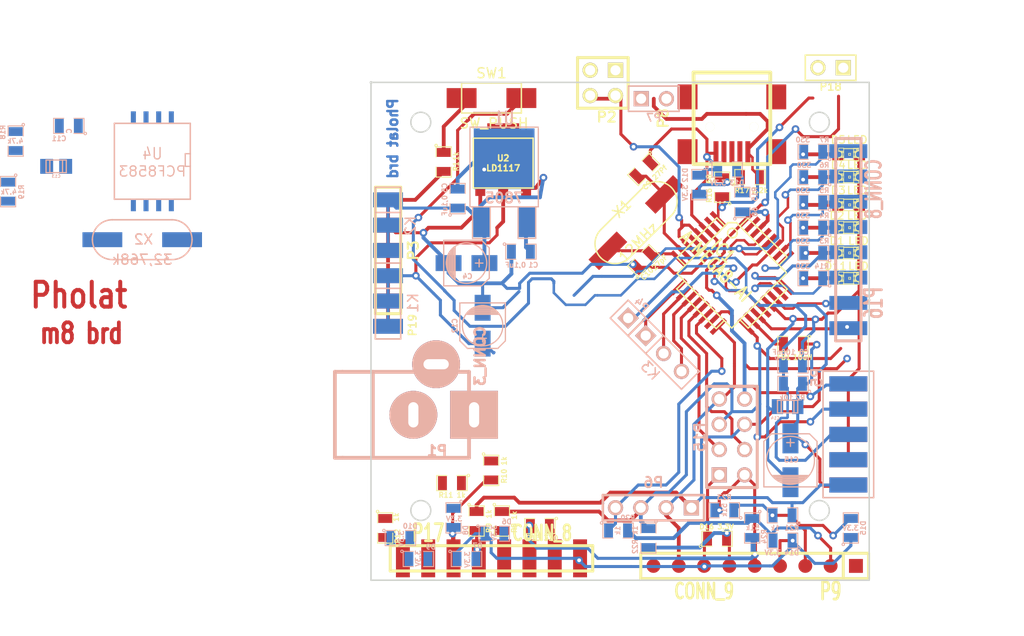
<source format=kicad_pcb>
(kicad_pcb (version 3) (host pcbnew "(2013-mar-13)-testing")
  (layers (15 F.Cu signal) (0 B.Cu signal) (18 B.Paste user) (19 F.Paste user) (20 B.SilkS user) (21 F.SilkS user) (22 B.Mask user) (23 F.Mask user) (28 Edge.Cuts user))
  (net 0 "")
  (net 1 /3.3V)
  (net 2 /5V)
  (net 3 /ARef)
  (net 4 /AVcc)
  (net 5 /CE)
  (net 6 /CSN)
  (net 7 /D0)
  (net 8 /D1)
  (net 9 /D2)
  (net 10 /D3)
  (net 11 /D4)
  (net 12 /D5)
  (net 13 /DC)
  (net 14 /Data+)
  (net 15 /Data-)
  (net 16 /IRQ)
  (net 17 /MISO)
  (net 18 /MOSI)
  (net 19 /N_RES)
  (net 20 /RES)
  (net 21 /SCE)
  (net 22 /SCK)
  (net 23 /SS)
  (net 24 GND)
  (net 25 N-0000012)
  (net 26 N-0000013)
  (net 27 N-0000015)
  (net 28 N-000002)
  (net 29 N-0000020)
  (net 30 N-0000022)
  (net 31 N-0000023)
  (net 32 N-0000024)
  (net 33 N-0000035)
  (net 34 N-0000036)
  (net 35 N-0000037)
  (net 36 N-0000038)
  (net 37 N-0000039)
  (net 38 N-0000040)
  (net 39 N-0000041)
  (net 40 N-0000043)
  (net 41 N-0000044)
  (net 42 N-0000045)
  (net 43 N-0000046)
  (net 44 N-0000047)
  (net 45 N-0000048)
  (net 46 N-0000049)
  (net 47 N-000005)
  (net 48 N-0000050)
  (net 49 N-0000051)
  (net 50 N-0000052)
  (net 51 N-0000055)
  (net 52 N-0000056)
  (net 53 N-0000057)
  (net 54 N-0000058)
  (net 55 N-000006)
  (net 56 N-000007)
  (net 57 VAA)
  (net 58 VCC)
  (module SIL-9 (layer F.Cu) (at 143.51 83.566 180)
    (fp_text reference P9 (at -7.62 -2.54 180) (layer F.SilkS) (effects (font (size 1.72974 1.08712) (thickness 0.3048))))
    (fp_text value CONN_9 (at 5.08 -2.54 180) (layer F.SilkS) (effects (font (size 1.524 1.016) (thickness 0.3048))))
    (pad 1 smd rect (at -10.16 0 180) (size 1.397 1.397) (layers F.Cu F.Paste F.Mask) (net 48 N-0000050))
    (pad 2 smd circle (at -7.62 0 180) (size 1.397 1.397) (layers F.Cu F.Paste F.Mask) (net 50 N-0000052))
    (pad 3 smd circle (at -5.08 0 180) (size 1.397 1.397) (layers F.Cu F.Paste F.Mask) (net 47 N-000005))
    (pad 4 smd circle (at -2.54 0 180) (size 1.397 1.397) (layers F.Cu F.Paste F.Mask) (net 24 GND))
    (pad 5 smd circle (at 0 0 180) (size 1.397 1.397) (layers F.Cu F.Paste F.Mask) (net 1 /3.3V))
    (pad 6 smd circle (at 2.54 0 180) (size 1.397 1.397) (layers F.Cu F.Paste F.Mask) (net 55 N-000006))
    (pad 7 smd circle (at 5.08 0 180) (size 1.397 1.397) (layers F.Cu F.Paste F.Mask) (net 24 GND))
    (pad 8 smd circle (at 7.62 0 180) (size 1.397 1.397) (layers F.Cu F.Paste F.Mask) (net 17 /MISO))
    (pad 9 smd circle (at 10.16 0 180) (size 1.397 1.397) (layers F.Cu F.Paste F.Mask) (net 49 N-0000051))
  )
  (module c_0805 (layer B.Cu) (at 146.812 67.564)
    (fp_text reference C14 (at -1.2385 1.1425) (layer B.SilkS) (effects (font (size 0.29972 0.29972) (thickness 0.06096)) (justify mirror)))
    (fp_text value 100n hide)
    (pad 1 smd rect (at 1.016 0) (size 1.143 1.4986) (layers B.Cu B.Paste B.Mask) (net 58 VCC))
    (pad 2 smd rect (at -1.016 0) (size 1.143 1.4986) (layers B.Cu B.Paste B.Mask) (net 24 GND))
  )
  (module PIN_ARRAY_3X1 (layer B.Cu) (at 106.712 49.34 270)
    (fp_text reference K2 (at 0.063 -2.254 270) (layer B.SilkS) (effects (font (size 1.016 1.016) (thickness 0.1524)) (justify mirror)))
    (fp_text value CONN_3 hide)
    (pad 1 smd rect (at -2.54 0 270) (size 1.5 3) (layers B.Cu B.Paste B.Mask) (net 2 /5V))
    (pad 2 smd rect (at 0 0 270) (size 1.5 3) (layers B.Cu B.Paste B.Mask) (net 2 /5V))
    (pad 3 smd rect (at 2.54 0 270) (size 1.5 3) (layers B.Cu B.Paste B.Mask) (net 2 /5V))
  )
  (module PIN_ARRAY_3X1 (layer B.Cu) (at 106.712 56.96 270)
    (fp_text reference K1 (at 0.19 -2.508 270) (layer B.SilkS) (effects (font (size 1.016 1.016) (thickness 0.1524)) (justify mirror)))
    (fp_text value CONN_3 hide)
    (pad 1 smd rect (at -2.54 0 270) (size 1.5 3) (layers B.Cu B.Paste B.Mask) (net 1 /3.3V))
    (pad 2 smd rect (at 0 0 270) (size 1.5 3) (layers B.Cu B.Paste B.Mask) (net 1 /3.3V))
    (pad 3 smd rect (at 2.54 0 270) (size 1.5 3) (layers B.Cu B.Paste B.Mask) (net 1 /3.3V))
  )
  (module PIN_ARRAY_5x1 (layer F.Cu) (at 106.712 51.88 270)
    (fp_text reference P3 (at 0 -2.54 270) (layer F.SilkS) (effects (font (size 1.016 1.016) (thickness 0.2032))))
    (fp_text value CONN_5 hide)
    (pad 1 smd rect (at -5.08 0 270) (size 1.5 3) (layers F.Cu F.Paste F.Mask) (net 24 GND))
    (pad 2 smd rect (at -2.54 0 270) (size 1.5 3) (layers F.Cu F.Paste F.Mask) (net 24 GND))
    (pad 3 smd rect (at 0 0 270) (size 1.5 3) (layers F.Cu F.Paste F.Mask) (net 24 GND))
    (pad 4 smd rect (at 2.54 0 270) (size 1.5 3) (layers F.Cu F.Paste F.Mask) (net 24 GND))
    (pad 5 smd rect (at 5.08 0 270) (size 1.5 3) (layers F.Cu F.Paste F.Mask) (net 24 GND))
  )
  (module quarz_smd (layer F.Cu) (at 131.604 49.086 45)
    (fp_text reference X1 (at 0 -2 45) (layer F.SilkS))
    (fp_text value 12MHz (at -1.234608 1.548564 45) (layer F.SilkS))
    (pad 1 smd rect (at -4 0 45) (size 4 1.5) (layers F.Cu F.Paste F.Mask) (net 40 N-0000043))
    (pad 3 smd rect (at 4 0 45) (size 4 1.5) (layers F.Cu F.Paste F.Mask) (net 41 N-0000044))
  )
  (module quarz_smd (layer B.Cu) (at 82.042 50.8 180)
    (fp_text reference X2 (at -0.1275 0.032 180) (layer B.SilkS) (effects (justify mirror)))
    (fp_text value 32,768k (at 0 -2 180) (layer B.SilkS) (effects (justify mirror)))
    (pad 1 smd rect (at -4 0 180) (size 4 1.5) (layers B.Cu B.Paste B.Mask) (net 56 N-000007))
    (pad 3 smd rect (at 4 0 180) (size 4 1.5) (layers B.Cu B.Paste B.Mask) (net 27 N-0000015))
  )
  (module sot223-ldo (layer F.Cu) (at 118.269 42.609)
    (fp_text reference U2 (at 0 0) (layer F.SilkS) (effects (font (size 0.6 0.6))))
    (fp_text value LD1117 (at 0 1) (layer F.SilkS) (effects (font (size 0.6 0.6))))
    (pad 2 smd rect (at 0 -2.5) (size 3.2 2) (layers F.Cu F.Paste F.Mask) (net 1 /3.3V))
    (pad 2 smd rect (at 0 3) (size 1 1.6) (layers F.Cu F.Paste F.Mask) (net 1 /3.3V))
    (pad 3 smd rect (at 2.3 3) (size 1 1.6) (layers F.Cu F.Paste F.Mask) (net 2 /5V))
    (pad 1 smd rect (at -2.3 3) (size 1 1.6) (layers F.Cu F.Paste F.Mask) (net 24 GND))
  )
  (module SM0805 (layer F.Cu) (at 132.366 43.752 225)
    (fp_text reference C9 (at 0.875398 -1.368959 225) (layer F.SilkS) (effects (font (size 0.50038 0.50038) (thickness 0.10922))))
    (fp_text value 27Pf (at -0.920653 -1.368959 225) (layer F.SilkS) (effects (font (size 0.50038 0.50038) (thickness 0.10922))))
    (pad 1 smd rect (at -0.9525 0 225) (size 0.889 1.397) (layers F.Cu F.Paste F.Mask) (net 24 GND))
    (pad 2 smd rect (at 0.9525 0 225) (size 0.889 1.397) (layers F.Cu F.Paste F.Mask) (net 41 N-0000044))
  )
  (module SM0805 (layer F.Cu) (at 132.366 52.896 45)
    (fp_text reference C10 (at -0.695793 1.189354 45) (layer F.SilkS) (effects (font (size 0.50038 0.50038) (thickness 0.10922))))
    (fp_text value 27pF (at 1.010456 1.279156 45) (layer F.SilkS) (effects (font (size 0.50038 0.50038) (thickness 0.10922))))
    (pad 1 smd rect (at -0.9525 0 45) (size 0.889 1.397) (layers F.Cu F.Paste F.Mask) (net 24 GND))
    (pad 2 smd rect (at 0.9525 0 45) (size 0.889 1.397) (layers F.Cu F.Paste F.Mask) (net 40 N-0000043))
  )
  (module LED-0805 (layer F.Cu) (at 152.94 52.134)
    (fp_text reference D1 (at -1.175 -1.207) (layer F.SilkS) (effects (font (size 0.762 0.762) (thickness 0.127))))
    (fp_text value LED (at 0.984 -1.207) (layer F.SilkS) (effects (font (size 0.762 0.762) (thickness 0.127))))
    (pad 1 smd rect (at -1.04902 0) (size 1.19888 1.19888) (layers F.Cu F.Paste F.Mask) (net 33 N-0000035))
    (pad 2 smd rect (at 1.04902 0) (size 1.19888 1.19888) (layers F.Cu F.Paste F.Mask) (net 24 GND))
  )
  (module LED-0805 (layer F.Cu) (at 152.94 49.594)
    (fp_text reference D2 (at -1.175 -1.207) (layer F.SilkS) (effects (font (size 0.762 0.762) (thickness 0.127))))
    (fp_text value LED (at 0.857 -1.207) (layer F.SilkS) (effects (font (size 0.762 0.762) (thickness 0.127))))
    (pad 1 smd rect (at -1.04902 0) (size 1.19888 1.19888) (layers F.Cu F.Paste F.Mask) (net 34 N-0000036))
    (pad 2 smd rect (at 1.04902 0) (size 1.19888 1.19888) (layers F.Cu F.Paste F.Mask) (net 24 GND))
  )
  (module LED-0805 (layer F.Cu) (at 152.94 47.308)
    (fp_text reference D3 (at -1.048 -1.461) (layer F.SilkS) (effects (font (size 0.762 0.762) (thickness 0.127))))
    (fp_text value LED (at 0.857 -1.461) (layer F.SilkS) (effects (font (size 0.762 0.762) (thickness 0.127))))
    (pad 1 smd rect (at -1.04902 0) (size 1.19888 1.19888) (layers F.Cu F.Paste F.Mask) (net 35 N-0000037))
    (pad 2 smd rect (at 1.04902 0) (size 1.19888 1.19888) (layers F.Cu F.Paste F.Mask) (net 24 GND))
  )
  (module LED-0805 (layer F.Cu) (at 152.94 44.514)
    (fp_text reference D4 (at -1.048 -1.207) (layer F.SilkS) (effects (font (size 0.762 0.762) (thickness 0.127))))
    (fp_text value LED (at 0.857 -1.207) (layer F.SilkS) (effects (font (size 0.762 0.762) (thickness 0.127))))
    (pad 1 smd rect (at -1.04902 0) (size 1.19888 1.19888) (layers F.Cu F.Paste F.Mask) (net 36 N-0000038))
    (pad 2 smd rect (at 1.04902 0) (size 1.19888 1.19888) (layers F.Cu F.Paste F.Mask) (net 24 GND))
  )
  (module LED-0805 (layer F.Cu) (at 152.94 42.228)
    (fp_text reference D5 (at -1.048 -1.461) (layer F.SilkS) (effects (font (size 0.762 0.762) (thickness 0.127))))
    (fp_text value LED (at 0.857 -1.461) (layer F.SilkS) (effects (font (size 0.762 0.762) (thickness 0.127))))
    (pad 1 smd rect (at -1.04902 0) (size 1.19888 1.19888) (layers F.Cu F.Paste F.Mask) (net 37 N-0000039))
    (pad 2 smd rect (at 1.04902 0) (size 1.19888 1.19888) (layers F.Cu F.Paste F.Mask) (net 24 GND))
  )
  (module SM0805 (layer B.Cu) (at 117.38 80.328)
    (fp_text reference D6 (at 1.238 -1.207) (layer B.SilkS) (effects (font (size 0.50038 0.50038) (thickness 0.10922)) (justify mirror)))
    (fp_text value 3.3V (at -0.032 -0.064 90) (layer B.SilkS) (effects (font (size 0.50038 0.50038) (thickness 0.10922)) (justify mirror)))
    (pad 1 smd rect (at -0.9525 0) (size 0.889 1.397) (layers B.Cu B.Paste B.Mask) (net 24 GND))
    (pad 2 smd rect (at 0.9525 0) (size 0.889 1.397) (layers B.Cu B.Paste B.Mask) (net 30 N-0000022))
  )
  (module SM0805 (layer B.Cu) (at 114.586 82.868)
    (fp_text reference D7 (at 1.111 -1.334) (layer B.SilkS) (effects (font (size 0.50038 0.50038) (thickness 0.10922)) (justify mirror)))
    (fp_text value 3.3V (at 0.095 0.063 90) (layer B.SilkS) (effects (font (size 0.50038 0.50038) (thickness 0.10922)) (justify mirror)))
    (pad 1 smd rect (at -0.9525 0) (size 0.889 1.397) (layers B.Cu B.Paste B.Mask) (net 24 GND))
    (pad 2 smd rect (at 0.9525 0) (size 0.889 1.397) (layers B.Cu B.Paste B.Mask) (net 51 N-0000055))
  )
  (module SM0805 (layer B.Cu) (at 113.284 78.74 270)
    (fp_text reference D8 (at 1.238 -1.207 270) (layer B.SilkS) (effects (font (size 0.50038 0.50038) (thickness 0.10922)) (justify mirror)))
    (fp_text value 3.3V (at 0.095 -0.064 360) (layer B.SilkS) (effects (font (size 0.50038 0.50038) (thickness 0.10922)) (justify mirror)))
    (pad 1 smd rect (at -0.9525 0 270) (size 0.889 1.397) (layers B.Cu B.Paste B.Mask) (net 24 GND))
    (pad 2 smd rect (at 0.9525 0 270) (size 0.889 1.397) (layers B.Cu B.Paste B.Mask) (net 54 N-0000058))
  )
  (module SM0805 (layer B.Cu) (at 109.76 82.868)
    (fp_text reference D9 (at 1.238 -1.207) (layer B.SilkS) (effects (font (size 0.50038 0.50038) (thickness 0.10922)) (justify mirror)))
    (fp_text value 3.3V (at -0.032 -0.064 90) (layer B.SilkS) (effects (font (size 0.50038 0.50038) (thickness 0.10922)) (justify mirror)))
    (pad 1 smd rect (at -0.9525 0) (size 0.889 1.397) (layers B.Cu B.Paste B.Mask) (net 24 GND))
    (pad 2 smd rect (at 0.9525 0) (size 0.889 1.397) (layers B.Cu B.Paste B.Mask) (net 53 N-0000057))
  )
  (module SM0805 (layer B.Cu) (at 107.95 80.772)
    (fp_text reference D10 (at 0.984 -1.207 180) (layer B.SilkS) (effects (font (size 0.50038 0.50038) (thickness 0.10922)) (justify mirror)))
    (fp_text value 3.3V (at 0.095 0.063 90) (layer B.SilkS) (effects (font (size 0.50038 0.50038) (thickness 0.10922)) (justify mirror)))
    (pad 1 smd rect (at -0.9525 0) (size 0.889 1.397) (layers B.Cu B.Paste B.Mask) (net 24 GND))
    (pad 2 smd rect (at 0.9525 0) (size 0.889 1.397) (layers B.Cu B.Paste B.Mask) (net 52 N-0000056))
  )
  (module LED-0805 (layer F.Cu) (at 152.94 54.674)
    (fp_text reference D11 (at -1.302 -1.207) (layer F.SilkS) (effects (font (size 0.762 0.762) (thickness 0.127))))
    (fp_text value LED (at 0.984 -1.207) (layer F.SilkS) (effects (font (size 0.762 0.762) (thickness 0.127))))
    (pad 1 smd rect (at -1.04902 0) (size 1.19888 1.19888) (layers F.Cu F.Paste F.Mask) (net 32 N-0000024))
    (pad 2 smd rect (at 1.04902 0) (size 1.19888 1.19888) (layers F.Cu F.Paste F.Mask) (net 24 GND))
  )
  (module TQFP32 (layer F.Cu) (at 141.256 54.166 315)
    (fp_text reference IC1 (at -2.223144 -0.920653 315) (layer F.SilkS) (effects (font (size 1.27 1.016) (thickness 0.2032))))
    (fp_text value ATMEGA8-AI (at -1.684328 0.695793 315) (layer F.SilkS) (effects (font (size 1.27 1.016) (thickness 0.2032))))
    (pad 8 smd rect (at -4.81584 2.77622 315) (size 1.99898 0.44958) (layers F.Cu F.Paste F.Mask) (net 40 N-0000043))
    (pad 7 smd rect (at -4.81584 1.97612 315) (size 1.99898 0.44958) (layers F.Cu F.Paste F.Mask) (net 41 N-0000044))
    (pad 6 smd rect (at -4.81584 1.17602 315) (size 1.99898 0.44958) (layers F.Cu F.Paste F.Mask) (net 58 VCC))
    (pad 5 smd rect (at -4.81584 0.37592 315) (size 1.99898 0.44958) (layers F.Cu F.Paste F.Mask) (net 24 GND))
    (pad 4 smd rect (at -4.81584 -0.42418 315) (size 1.99898 0.44958) (layers F.Cu F.Paste F.Mask) (net 58 VCC))
    (pad 3 smd rect (at -4.81584 -1.22428 315) (size 1.99898 0.44958) (layers F.Cu F.Paste F.Mask) (net 24 GND))
    (pad 2 smd rect (at -4.81584 -2.02438 315) (size 1.99898 0.44958) (layers F.Cu F.Paste F.Mask) (net 19 /N_RES))
    (pad 1 smd rect (at -4.81584 -2.82448 315) (size 1.99898 0.44958) (layers F.Cu F.Paste F.Mask) (net 14 /Data+))
    (pad 24 smd rect (at 4.7498 -2.8194 315) (size 1.99898 0.44958) (layers F.Cu F.Paste F.Mask) (net 8 /D1))
    (pad 17 smd rect (at 4.7498 2.794 315) (size 1.99898 0.44958) (layers F.Cu F.Paste F.Mask) (net 22 /SCK))
    (pad 18 smd rect (at 4.7498 1.9812 315) (size 1.99898 0.44958) (layers F.Cu F.Paste F.Mask) (net 4 /AVcc))
    (pad 19 smd rect (at 4.7498 1.1684 315) (size 1.99898 0.44958) (layers F.Cu F.Paste F.Mask) (net 39 N-0000041))
    (pad 20 smd rect (at 4.7498 0.381 315) (size 1.99898 0.44958) (layers F.Cu F.Paste F.Mask) (net 3 /ARef))
    (pad 21 smd rect (at 4.7498 -0.4318 315) (size 1.99898 0.44958) (layers F.Cu F.Paste F.Mask) (net 24 GND))
    (pad 22 smd rect (at 4.7498 -1.2192 315) (size 1.99898 0.44958) (layers F.Cu F.Paste F.Mask) (net 38 N-0000040))
    (pad 23 smd rect (at 4.7498 -2.032 315) (size 1.99898 0.44958) (layers F.Cu F.Paste F.Mask) (net 7 /D0))
    (pad 32 smd rect (at -2.82448 -4.826 315) (size 0.44958 1.99898) (layers F.Cu F.Paste F.Mask) (net 16 /IRQ))
    (pad 31 smd rect (at -2.02692 -4.826 315) (size 0.44958 1.99898) (layers F.Cu F.Paste F.Mask) (net 29 N-0000020))
    (pad 30 smd rect (at -1.22428 -4.826 315) (size 0.44958 1.99898) (layers F.Cu F.Paste F.Mask) (net 15 /Data-))
    (pad 29 smd rect (at -0.42672 -4.826 315) (size 0.44958 1.99898) (layers F.Cu F.Paste F.Mask) (net 20 /RES))
    (pad 28 smd rect (at 0.37592 -4.826 315) (size 0.44958 1.99898) (layers F.Cu F.Paste F.Mask) (net 12 /D5))
    (pad 27 smd rect (at 1.17348 -4.826 315) (size 0.44958 1.99898) (layers F.Cu F.Paste F.Mask) (net 11 /D4))
    (pad 26 smd rect (at 1.97612 -4.826 315) (size 0.44958 1.99898) (layers F.Cu F.Paste F.Mask) (net 10 /D3))
    (pad 25 smd rect (at 2.77368 -4.826 315) (size 0.44958 1.99898) (layers F.Cu F.Paste F.Mask) (net 9 /D2))
    (pad 9 smd rect (at -2.8194 4.7752 315) (size 0.44958 1.99898) (layers F.Cu F.Paste F.Mask) (net 13 /DC))
    (pad 10 smd rect (at -2.032 4.7752 315) (size 0.44958 1.99898) (layers F.Cu F.Paste F.Mask) (net 31 N-0000023))
    (pad 11 smd rect (at -1.2192 4.7752 315) (size 0.44958 1.99898) (layers F.Cu F.Paste F.Mask) (net 21 /SCE))
    (pad 12 smd rect (at -0.4318 4.7752 315) (size 0.44958 1.99898) (layers F.Cu F.Paste F.Mask) (net 5 /CE))
    (pad 13 smd rect (at 0.3556 4.7752 315) (size 0.44958 1.99898) (layers F.Cu F.Paste F.Mask) (net 6 /CSN))
    (pad 14 smd rect (at 1.1684 4.7752 315) (size 0.44958 1.99898) (layers F.Cu F.Paste F.Mask) (net 23 /SS))
    (pad 15 smd rect (at 1.9812 4.7752 315) (size 0.44958 1.99898) (layers F.Cu F.Paste F.Mask) (net 18 /MOSI))
    (pad 16 smd rect (at 2.794 4.7752 315) (size 0.44958 1.99898) (layers F.Cu F.Paste F.Mask) (net 17 /MISO))
  )
  (module PIN_ARRAY_3X1 (layer B.Cu) (at 134.366 62.23 315)
    (fp_text reference K3 (at 0.254 2.159 315) (layer B.SilkS) (effects (font (size 1.016 1.016) (thickness 0.1524)) (justify mirror)))
    (fp_text value CONN_3 hide)
    (pad 1 thru_hole rect (at -2.54 0 315) (size 1.524 1.524) (drill 1.016) (layers *.Cu *.Mask B.SilkS) (net 13 /DC))
    (pad 2 thru_hole circle (at 0 0 315) (size 1.524 1.524) (drill 1.016) (layers *.Cu *.Mask B.SilkS) (net 31 N-0000023))
    (pad 3 thru_hole circle (at 2.54 0 315) (size 1.524 1.524) (drill 1.016) (layers *.Cu *.Mask B.SilkS) (net 21 /SCE))
  )
  (module SM0805 (layer F.Cu) (at 112.3 42.99 270)
    (fp_text reference R1 (at 0.444 -1.238 270) (layer F.SilkS) (effects (font (size 0.50038 0.50038) (thickness 0.10922))))
    (fp_text value 1k (at -0.572 -1.238 270) (layer F.SilkS) (effects (font (size 0.50038 0.50038) (thickness 0.10922))))
    (pad 1 smd rect (at -0.9525 0 270) (size 0.889 1.397) (layers F.Cu F.Paste F.Mask) (net 25 N-0000012))
    (pad 2 smd rect (at 0.9525 0 270) (size 0.889 1.397) (layers F.Cu F.Paste F.Mask) (net 24 GND))
  )
  (module SM0805 (layer B.Cu) (at 147.352 65.2785 180)
    (fp_text reference R2 (at -0.73 -1.3965 180) (layer B.SilkS) (effects (font (size 0.50038 0.50038) (thickness 0.10922)) (justify mirror)))
    (fp_text value 10k (at 0.667 -1.3965 180) (layer B.SilkS) (effects (font (size 0.50038 0.50038) (thickness 0.10922)) (justify mirror)))
    (pad 1 smd rect (at -0.9525 0 180) (size 0.889 1.397) (layers B.Cu B.Paste B.Mask) (net 58 VCC))
    (pad 2 smd rect (at 0.9525 0 180) (size 0.889 1.397) (layers B.Cu B.Paste B.Mask) (net 20 /RES))
  )
  (module SM0805 (layer B.Cu) (at 149.384 52.134 180)
    (fp_text reference R3 (at -1.111 1.207 180) (layer B.SilkS) (effects (font (size 0.50038 0.50038) (thickness 0.10922)) (justify mirror)))
    (fp_text value 330 (at 1.048 1.207 180) (layer B.SilkS) (effects (font (size 0.50038 0.50038) (thickness 0.10922)) (justify mirror)))
    (pad 1 smd rect (at -0.9525 0 180) (size 0.889 1.397) (layers B.Cu B.Paste B.Mask) (net 8 /D1))
    (pad 2 smd rect (at 0.9525 0 180) (size 0.889 1.397) (layers B.Cu B.Paste B.Mask) (net 33 N-0000035))
  )
  (module SM0805 (layer B.Cu) (at 149.384 49.594 180)
    (fp_text reference R4 (at -1.111 1.207 180) (layer B.SilkS) (effects (font (size 0.50038 0.50038) (thickness 0.10922)) (justify mirror)))
    (fp_text value 330 (at 1.048 1.207 180) (layer B.SilkS) (effects (font (size 0.50038 0.50038) (thickness 0.10922)) (justify mirror)))
    (pad 1 smd rect (at -0.9525 0 180) (size 0.889 1.397) (layers B.Cu B.Paste B.Mask) (net 9 /D2))
    (pad 2 smd rect (at 0.9525 0 180) (size 0.889 1.397) (layers B.Cu B.Paste B.Mask) (net 34 N-0000036))
  )
  (module SM0805 (layer B.Cu) (at 149.384 47.054 180)
    (fp_text reference R5 (at -1.111 1.207 180) (layer B.SilkS) (effects (font (size 0.50038 0.50038) (thickness 0.10922)) (justify mirror)))
    (fp_text value 330 (at 1.048 1.207 180) (layer B.SilkS) (effects (font (size 0.50038 0.50038) (thickness 0.10922)) (justify mirror)))
    (pad 1 smd rect (at -0.9525 0 180) (size 0.889 1.397) (layers B.Cu B.Paste B.Mask) (net 10 /D3))
    (pad 2 smd rect (at 0.9525 0 180) (size 0.889 1.397) (layers B.Cu B.Paste B.Mask) (net 35 N-0000037))
  )
  (module SM0805 (layer B.Cu) (at 149.384 44.514 180)
    (fp_text reference R6 (at -1.111 1.207 180) (layer B.SilkS) (effects (font (size 0.50038 0.50038) (thickness 0.10922)) (justify mirror)))
    (fp_text value 330 (at 0.921 1.207 180) (layer B.SilkS) (effects (font (size 0.50038 0.50038) (thickness 0.10922)) (justify mirror)))
    (pad 1 smd rect (at -0.9525 0 180) (size 0.889 1.397) (layers B.Cu B.Paste B.Mask) (net 11 /D4))
    (pad 2 smd rect (at 0.9525 0 180) (size 0.889 1.397) (layers B.Cu B.Paste B.Mask) (net 36 N-0000038))
  )
  (module SM0805 (layer B.Cu) (at 149.384 41.974 180)
    (fp_text reference R7 (at -1.111 1.207 180) (layer B.SilkS) (effects (font (size 0.50038 0.50038) (thickness 0.10922)) (justify mirror)))
    (fp_text value 330 (at 1.048 1.207 180) (layer B.SilkS) (effects (font (size 0.50038 0.50038) (thickness 0.10922)) (justify mirror)))
    (pad 1 smd rect (at -0.9525 0 180) (size 0.889 1.397) (layers B.Cu B.Paste B.Mask) (net 12 /D5))
    (pad 2 smd rect (at 0.9525 0 180) (size 0.889 1.397) (layers B.Cu B.Paste B.Mask) (net 37 N-0000039))
  )
  (module SM0805 (layer F.Cu) (at 118.142 79.058 270)
    (fp_text reference R8 (at 0.698 -1.238 270) (layer F.SilkS) (effects (font (size 0.50038 0.50038) (thickness 0.10922))))
    (fp_text value 1k (at -0.572 -1.238 270) (layer F.SilkS) (effects (font (size 0.50038 0.50038) (thickness 0.10922))))
    (pad 1 smd rect (at -0.9525 0 270) (size 0.889 1.397) (layers F.Cu F.Paste F.Mask) (net 22 /SCK))
    (pad 2 smd rect (at 0.9525 0 270) (size 0.889 1.397) (layers F.Cu F.Paste F.Mask) (net 30 N-0000022))
  )
  (module SM0805 (layer F.Cu) (at 115.602 79.058 270)
    (fp_text reference R9 (at 0.698 -1.238 270) (layer F.SilkS) (effects (font (size 0.50038 0.50038) (thickness 0.10922))))
    (fp_text value 1k (at -0.699 -1.238 270) (layer F.SilkS) (effects (font (size 0.50038 0.50038) (thickness 0.10922))))
    (pad 1 smd rect (at -0.9525 0 270) (size 0.889 1.397) (layers F.Cu F.Paste F.Mask) (net 18 /MOSI))
    (pad 2 smd rect (at 0.9525 0 270) (size 0.889 1.397) (layers F.Cu F.Paste F.Mask) (net 51 N-0000055))
  )
  (module SM0805 (layer F.Cu) (at 117.0625 73.978 270)
    (fp_text reference R10 (at 0.571 -1.3015 270) (layer F.SilkS) (effects (font (size 0.50038 0.50038) (thickness 0.10922))))
    (fp_text value 1k (at -0.953 -1.3015 270) (layer F.SilkS) (effects (font (size 0.50038 0.50038) (thickness 0.10922))))
    (pad 1 smd rect (at -0.9525 0 270) (size 0.889 1.397) (layers F.Cu F.Paste F.Mask) (net 13 /DC))
    (pad 2 smd rect (at 0.9525 0 270) (size 0.889 1.397) (layers F.Cu F.Paste F.Mask) (net 54 N-0000058))
  )
  (module SM0805 (layer F.Cu) (at 113.1255 75.248 180)
    (fp_text reference R11 (at 0.6035 -1.206 180) (layer F.SilkS) (effects (font (size 0.50038 0.50038) (thickness 0.10922))))
    (fp_text value 1k (at -0.9205 -1.206 180) (layer F.SilkS) (effects (font (size 0.50038 0.50038) (thickness 0.10922))))
    (pad 1 smd rect (at -0.9525 0 180) (size 0.889 1.397) (layers F.Cu F.Paste F.Mask) (net 21 /SCE))
    (pad 2 smd rect (at 0.9525 0 180) (size 0.889 1.397) (layers F.Cu F.Paste F.Mask) (net 53 N-0000057))
  )
  (module SM0805 (layer F.Cu) (at 106.426 79.756 270)
    (fp_text reference R12 (at 0.825 -1.238 270) (layer F.SilkS) (effects (font (size 0.50038 0.50038) (thickness 0.10922))))
    (fp_text value 1k (at -1.08 -1.111 270) (layer F.SilkS) (effects (font (size 0.50038 0.50038) (thickness 0.10922))))
    (pad 1 smd rect (at -0.9525 0 270) (size 0.889 1.397) (layers F.Cu F.Paste F.Mask) (net 19 /N_RES))
    (pad 2 smd rect (at 0.9525 0 270) (size 0.889 1.397) (layers F.Cu F.Paste F.Mask) (net 52 N-0000056))
  )
  (module SM0805 (layer F.Cu) (at 121.952 79.566 180)
    (fp_text reference R13 (at 0.667 -1.206 180) (layer F.SilkS) (effects (font (size 0.50038 0.50038) (thickness 0.10922))))
    (fp_text value 330 (at -1.111 -1.206 180) (layer F.SilkS) (effects (font (size 0.50038 0.50038) (thickness 0.10922))))
    (pad 1 smd rect (at -0.9525 0 180) (size 0.889 1.397) (layers F.Cu F.Paste F.Mask) (net 26 N-0000013))
    (pad 2 smd rect (at 0.9525 0 180) (size 0.889 1.397) (layers F.Cu F.Paste F.Mask) (net 1 /3.3V))
  )
  (module SM0805 (layer B.Cu) (at 149.384 54.674 180)
    (fp_text reference R14 (at -0.857 1.207 180) (layer B.SilkS) (effects (font (size 0.50038 0.50038) (thickness 0.10922)) (justify mirror)))
    (fp_text value 330 (at 1.048 1.207 180) (layer B.SilkS) (effects (font (size 0.50038 0.50038) (thickness 0.10922)) (justify mirror)))
    (pad 1 smd rect (at -0.9525 0 180) (size 0.889 1.397) (layers B.Cu B.Paste B.Mask) (net 7 /D0))
    (pad 2 smd rect (at 0.9525 0 180) (size 0.889 1.397) (layers B.Cu B.Paste B.Mask) (net 32 N-0000024))
  )
  (module SM0805 (layer B.Cu) (at 142.272 47.054 90)
    (fp_text reference R15 (at 0.826 1.238 90) (layer B.SilkS) (effects (font (size 0.50038 0.50038) (thickness 0.10922)) (justify mirror)))
    (fp_text value 68 (at -0.952 1.238 90) (layer B.SilkS) (effects (font (size 0.50038 0.50038) (thickness 0.10922)) (justify mirror)))
    (pad 1 smd rect (at -0.9525 0 90) (size 0.889 1.397) (layers B.Cu B.Paste B.Mask) (net 15 /Data-))
    (pad 2 smd rect (at 0.9525 0 90) (size 0.889 1.397) (layers B.Cu B.Paste B.Mask) (net 44 N-0000047))
  )
  (module SM0805 (layer F.Cu) (at 140.24 45.53 90)
    (fp_text reference R16 (at -0.825 -1.302 90) (layer F.SilkS) (effects (font (size 0.50038 0.50038) (thickness 0.10922))))
    (fp_text value 68 (at 0.826 -1.302 90) (layer F.SilkS) (effects (font (size 0.50038 0.50038) (thickness 0.10922))))
    (pad 1 smd rect (at -0.9525 0 90) (size 0.889 1.397) (layers F.Cu F.Paste F.Mask) (net 14 /Data+))
    (pad 2 smd rect (at 0.9525 0 90) (size 0.889 1.397) (layers F.Cu F.Paste F.Mask) (net 46 N-0000049))
  )
  (module SM0805 (layer F.Cu) (at 143.034 44.514)
    (fp_text reference R17 (at -0.794 1.333) (layer F.SilkS) (effects (font (size 0.50038 0.50038) (thickness 0.10922))))
    (fp_text value 2.2k (at 0.984 1.333) (layer F.SilkS) (effects (font (size 0.50038 0.50038) (thickness 0.10922))))
    (pad 1 smd rect (at -0.9525 0) (size 0.889 1.397) (layers F.Cu F.Paste F.Mask) (net 44 N-0000047))
    (pad 2 smd rect (at 0.9525 0) (size 0.889 1.397) (layers F.Cu F.Paste F.Mask) (net 28 N-000002))
  )
  (module pin_array_4x2 (layer B.Cu) (at 141.224 70.612 90)
    (fp_text reference P15 (at -0.032 -3.239 90) (layer B.SilkS) (effects (font (size 1.016 1.016) (thickness 0.2032)) (justify mirror)))
    (fp_text value CONN_4X2 hide)
    (pad 1 thru_hole rect (at -3.81 -1.27 90) (size 1.524 1.524) (drill 1.016) (layers *.Cu *.Mask B.SilkS) (net 24 GND))
    (pad 2 thru_hole circle (at -3.81 1.27 90) (size 1.524 1.524) (drill 1.016) (layers *.Cu *.Mask B.SilkS) (net 1 /3.3V))
    (pad 3 thru_hole circle (at -1.27 -1.27 90) (size 1.524 1.524) (drill 1.016) (layers *.Cu *.Mask B.SilkS) (net 5 /CE))
    (pad 4 thru_hole circle (at -1.27 1.27 90) (size 1.524 1.524) (drill 1.016) (layers *.Cu *.Mask B.SilkS) (net 6 /CSN))
    (pad 5 thru_hole circle (at 1.27 -1.27 90) (size 1.524 1.524) (drill 1.016) (layers *.Cu *.Mask B.SilkS) (net 22 /SCK))
    (pad 6 thru_hole circle (at 1.27 1.27 90) (size 1.524 1.524) (drill 1.016) (layers *.Cu *.Mask B.SilkS) (net 18 /MOSI))
    (pad 7 thru_hole circle (at 3.81 -1.27 90) (size 1.524 1.524) (drill 1.016) (layers *.Cu *.Mask B.SilkS) (net 17 /MISO))
    (pad 8 thru_hole circle (at 3.81 1.27 90) (size 1.524 1.524) (drill 1.016) (layers *.Cu *.Mask B.SilkS) (net 16 /IRQ))
  )
  (module SM0805 (layer F.Cu) (at 147.352 61.278 180)
    (fp_text reference FB1 (at 0.921 -1.333 180) (layer F.SilkS) (effects (font (size 0.50038 0.50038) (thickness 0.10922))))
    (fp_text value 10uH (at -0.984 -1.333 180) (layer F.SilkS) (effects (font (size 0.50038 0.50038) (thickness 0.10922))))
    (pad 1 smd rect (at -0.9525 0 180) (size 0.889 1.397) (layers F.Cu F.Paste F.Mask) (net 58 VCC))
    (pad 2 smd rect (at 0.9525 0 180) (size 0.889 1.397) (layers F.Cu F.Paste F.Mask) (net 4 /AVcc))
  )
  (module JACK_ALIM (layer B.Cu) (at 109.252 68.39)
    (fp_text reference P1 (at 2.381 3.619) (layer B.SilkS) (effects (font (size 1.016 1.016) (thickness 0.254)) (justify mirror)))
    (fp_text value CONN_3 (at 6.699 -5.906 90) (layer B.SilkS) (effects (font (size 1.016 1.016) (thickness 0.254)) (justify mirror)))
    (pad 2 thru_hole circle (at 0 0) (size 4.8006 4.8006) (drill oval 1.016 2.54) (layers *.Cu *.Mask B.SilkS) (net 24 GND))
    (pad 1 thru_hole rect (at 6.096 0) (size 4.8006 4.8006) (drill oval 1.016 2.54) (layers *.Cu *.Mask B.SilkS) (net 57 VAA))
    (pad 3 thru_hole circle (at 2.286 -5.08) (size 4.8006 4.8006) (drill oval 2.54 1.016) (layers *.Cu *.Mask B.SilkS) (net 24 GND))
  )
  (module SM0805 (layer B.Cu) (at 120.047 52.007)
    (fp_text reference C1 (at 1.238 1.333) (layer B.SilkS) (effects (font (size 0.50038 0.50038) (thickness 0.10922)) (justify mirror)))
    (fp_text value 0,1uF (at -0.54 1.333) (layer B.SilkS) (effects (font (size 0.50038 0.50038) (thickness 0.10922)) (justify mirror)))
    (pad 1 smd rect (at -0.9525 0) (size 0.889 1.397) (layers B.Cu B.Paste B.Mask) (net 24 GND))
    (pad 2 smd rect (at 0.9525 0) (size 0.889 1.397) (layers B.Cu B.Paste B.Mask) (net 57 VAA))
  )
  (module SM0805 (layer B.Cu) (at 113.697 46.673 90)
    (fp_text reference C5 (at 1.08 -1.302 90) (layer B.SilkS) (effects (font (size 0.50038 0.50038) (thickness 0.10922)) (justify mirror)))
    (fp_text value 0,1uF (at -0.698 -1.302 90) (layer B.SilkS) (effects (font (size 0.50038 0.50038) (thickness 0.10922)) (justify mirror)))
    (pad 1 smd rect (at -0.9525 0 90) (size 0.889 1.397) (layers B.Cu B.Paste B.Mask) (net 2 /5V))
    (pad 2 smd rect (at 0.9525 0 90) (size 0.889 1.397) (layers B.Cu B.Paste B.Mask) (net 24 GND))
  )
  (module SM0805 (layer B.Cu) (at 147.352 63.437)
    (fp_text reference C8 (at 1.111 -1.334) (layer B.SilkS) (effects (font (size 0.50038 0.50038) (thickness 0.10922)) (justify mirror)))
    (fp_text value 100nF (at -0.921 -1.334) (layer B.SilkS) (effects (font (size 0.50038 0.50038) (thickness 0.10922)) (justify mirror)))
    (pad 1 smd rect (at -0.9525 0) (size 0.889 1.397) (layers B.Cu B.Paste B.Mask) (net 20 /RES))
    (pad 2 smd rect (at 0.9525 0) (size 0.889 1.397) (layers B.Cu B.Paste B.Mask) (net 24 GND))
  )
  (module SM0805 (layer B.Cu) (at 74.676 39.37 180)
    (fp_text reference C11 (at 0.984 -1.2705 180) (layer B.SilkS) (effects (font (size 0.50038 0.50038) (thickness 0.10922)) (justify mirror)))
    (fp_text value C (at -0.032 -0.5085 270) (layer B.SilkS) (effects (font (size 0.50038 0.50038) (thickness 0.10922)) (justify mirror)))
    (pad 1 smd rect (at -0.9525 0 180) (size 0.889 1.397) (layers B.Cu B.Paste B.Mask) (net 24 GND))
    (pad 2 smd rect (at 0.9525 0 180) (size 0.889 1.397) (layers B.Cu B.Paste B.Mask) (net 3 /ARef))
  )
  (module SM0805 (layer B.Cu) (at 137.954 45.276 270)
    (fp_text reference D12 (at -0.953 1.429 270) (layer B.SilkS) (effects (font (size 0.50038 0.50038) (thickness 0.10922)) (justify mirror)))
    (fp_text value 3.3V (at 0.825 1.429 270) (layer B.SilkS) (effects (font (size 0.50038 0.50038) (thickness 0.10922)) (justify mirror)))
    (pad 1 smd rect (at -0.9525 0 270) (size 0.889 1.397) (layers B.Cu B.Paste B.Mask) (net 24 GND))
    (pad 2 smd rect (at 0.9525 0 270) (size 0.889 1.397) (layers B.Cu B.Paste B.Mask) (net 46 N-0000049))
  )
  (module SM0805 (layer B.Cu) (at 140.748 43.752)
    (fp_text reference D13 (at 0.984 1.333) (layer B.SilkS) (effects (font (size 0.50038 0.50038) (thickness 0.10922)) (justify mirror)))
    (fp_text value 3.3V (at -0.921 1.333) (layer B.SilkS) (effects (font (size 0.50038 0.50038) (thickness 0.10922)) (justify mirror)))
    (pad 1 smd rect (at -0.9525 0) (size 0.889 1.397) (layers B.Cu B.Paste B.Mask) (net 24 GND))
    (pad 2 smd rect (at 0.9525 0) (size 0.889 1.397) (layers B.Cu B.Paste B.Mask) (net 44 N-0000047))
  )
  (module PIN_ARRAY_4x1 (layer B.Cu) (at 133.35 77.724 180)
    (fp_text reference P6 (at 0 2.54 180) (layer B.SilkS) (effects (font (size 1.016 1.016) (thickness 0.2032)) (justify mirror)))
    (fp_text value CONN_4 hide)
    (pad 1 thru_hole rect (at -3.81 0 180) (size 1.524 1.524) (drill 1.016) (layers *.Cu *.Mask B.SilkS) (net 18 /MOSI))
    (pad 2 thru_hole circle (at -1.27 0 180) (size 1.524 1.524) (drill 1.016) (layers *.Cu *.Mask B.SilkS) (net 17 /MISO))
    (pad 3 thru_hole circle (at 1.27 0 180) (size 1.524 1.524) (drill 1.016) (layers *.Cu *.Mask B.SilkS) (net 22 /SCK))
    (pad 4 thru_hole circle (at 3.81 0 180) (size 1.524 1.524) (drill 1.016) (layers *.Cu *.Mask B.SilkS) (net 23 /SS))
  )
  (module PIN_ARRAY_1 (layer F.Cu) (at 106.712 59.5)
    (fp_text reference P19 (at 2.4572 -0.1148 90) (layer F.SilkS) (effects (font (size 0.762 0.762) (thickness 0.1524))))
    (fp_text value CONN_1 hide)
    (pad 1 smd rect (at 0 0) (size 3 1.5) (layers F.Cu F.Paste F.Mask) (net 24 GND))
  )
  (module c_elec_4x5.3 (layer B.Cu) (at 114.586 53.15)
    (fp_text reference C4 (at 0.095 1.333) (layer B.SilkS) (effects (font (size 0.50038 0.50038) (thickness 0.11938)) (justify mirror)))
    (fp_text value 2.2uF hide)
    (pad 1 smd rect (at 1.80086 0) (size 2.60096 1.6002) (layers B.Cu B.Paste B.Mask) (net 2 /5V))
    (pad 2 smd rect (at -1.80086 0) (size 2.60096 1.6002) (layers B.Cu B.Paste B.Mask) (net 24 GND))
  )
  (module c_elec_4x5.3 (layer B.Cu) (at 116.205 59.436 270)
    (fp_text reference C12 (at 0 2.794 270) (layer B.SilkS) (effects (font (size 0.50038 0.50038) (thickness 0.11938)) (justify mirror)))
    (fp_text value 2.2uF hide)
    (pad 1 smd rect (at 1.80086 0 270) (size 2.60096 1.6002) (layers B.Cu B.Paste B.Mask) (net 1 /3.3V))
    (pad 2 smd rect (at -1.80086 0 270) (size 2.60096 1.6002) (layers B.Cu B.Paste B.Mask) (net 24 GND))
  )
  (module c_0805 (layer B.Cu) (at 73.406 43.434)
    (fp_text reference C13 (at 0 0.9906) (layer B.SilkS) (effects (font (size 0.29972 0.29972) (thickness 0.06096)) (justify mirror)))
    (fp_text value 22pF hide)
    (pad 1 smd rect (at 0.9525 0) (size 1.30048 1.4986) (layers B.Cu B.Paste B.Mask) (net 56 N-000007))
    (pad 2 smd rect (at -0.9525 0) (size 1.30048 1.4986) (layers B.Cu B.Paste B.Mask) (net 58 VCC))
  )
  (module c_elec_5x5.8 (layer B.Cu) (at 147.098 72.962 90)
    (fp_text reference C15 (at 0.064 0.095 180) (layer B.SilkS) (effects (font (size 0.50038 0.50038) (thickness 0.11938)) (justify mirror)))
    (fp_text value 47uF hide)
    (pad 1 smd rect (at 2.19964 0 90) (size 2.99974 1.6002) (layers B.Cu B.Paste B.Mask) (net 58 VCC))
    (pad 2 smd rect (at -2.19964 0 90) (size 2.99974 1.6002) (layers B.Cu B.Paste B.Mask) (net 24 GND))
  )
  (module SM0805 (layer B.Cu) (at 146.304 81.026 180)
    (fp_text reference D14 (at -0.921 -1.206 180) (layer B.SilkS) (effects (font (size 0.50038 0.50038) (thickness 0.10922)) (justify mirror)))
    (fp_text value 3.3V (at 0.984 -1.206 180) (layer B.SilkS) (effects (font (size 0.50038 0.50038) (thickness 0.10922)) (justify mirror)))
    (pad 1 smd rect (at -0.9525 0 180) (size 0.889 1.397) (layers B.Cu B.Paste B.Mask) (net 24 GND))
    (pad 2 smd rect (at 0.9525 0 180) (size 0.889 1.397) (layers B.Cu B.Paste B.Mask) (net 50 N-0000052))
  )
  (module SM0805 (layer B.Cu) (at 153.162 79.756 90)
    (fp_text reference D15 (at -0.0005 1.2385 90) (layer B.SilkS) (effects (font (size 0.50038 0.50038) (thickness 0.10922)) (justify mirror)))
    (fp_text value 3.3V (at -0.0005 -0.0315 180) (layer B.SilkS) (effects (font (size 0.50038 0.50038) (thickness 0.10922)) (justify mirror)))
    (pad 1 smd rect (at -0.9525 0 90) (size 0.889 1.397) (layers B.Cu B.Paste B.Mask) (net 24 GND))
    (pad 2 smd rect (at 0.9525 0 90) (size 0.889 1.397) (layers B.Cu B.Paste B.Mask) (net 47 N-000005))
  )
  (module SM0805 (layer F.Cu) (at 139.732 80.836)
    (fp_text reference D16 (at -1.048 -1.207) (layer F.SilkS) (effects (font (size 0.50038 0.50038) (thickness 0.10922))))
    (fp_text value 3.3V (at 0.857 -1.207) (layer F.SilkS) (effects (font (size 0.50038 0.50038) (thickness 0.10922))))
    (pad 1 smd rect (at -0.9525 0) (size 0.889 1.397) (layers F.Cu F.Paste F.Mask) (net 24 GND))
    (pad 2 smd rect (at 0.9525 0) (size 0.889 1.397) (layers F.Cu F.Paste F.Mask) (net 55 N-000006))
  )
  (module SM0805 (layer B.Cu) (at 69.342 40.894 270)
    (fp_text reference R18 (at -0.8895 1.302 450) (layer B.SilkS) (effects (font (size 0.50038 0.50038) (thickness 0.10922)) (justify mirror)))
    (fp_text value 4.7k (at -0.0005 0.032 360) (layer B.SilkS) (effects (font (size 0.50038 0.50038) (thickness 0.10922)) (justify mirror)))
    (pad 1 smd rect (at -0.9525 0 270) (size 0.889 1.397) (layers B.Cu B.Paste B.Mask) (net 58 VCC))
    (pad 2 smd rect (at 0.9525 0 270) (size 0.889 1.397) (layers B.Cu B.Paste B.Mask) (net 12 /D5))
  )
  (module SM0805 (layer B.Cu) (at 68.58 45.974 270)
    (fp_text reference R19 (at 0.0315 -1.334 270) (layer B.SilkS) (effects (font (size 0.50038 0.50038) (thickness 0.10922)) (justify mirror)))
    (fp_text value 4.7k (at 0.0315 -0.064 360) (layer B.SilkS) (effects (font (size 0.50038 0.50038) (thickness 0.10922)) (justify mirror)))
    (pad 1 smd rect (at -0.9525 0 270) (size 0.889 1.397) (layers B.Cu B.Paste B.Mask) (net 58 VCC))
    (pad 2 smd rect (at 0.9525 0 270) (size 0.889 1.397) (layers B.Cu B.Paste B.Mask) (net 11 /D4))
  )
  (module SM0805 (layer B.Cu) (at 129.794 80.01)
    (fp_text reference R20 (at 0.984 -1.2705) (layer B.SilkS) (effects (font (size 0.50038 0.50038) (thickness 0.10922)) (justify mirror)))
    (fp_text value 1k (at -0.032 -0.0005 90) (layer B.SilkS) (effects (font (size 0.50038 0.50038) (thickness 0.10922)) (justify mirror)))
    (pad 1 smd rect (at -0.9525 0) (size 0.889 1.397) (layers B.Cu B.Paste B.Mask) (net 23 /SS))
    (pad 2 smd rect (at 0.9525 0) (size 0.889 1.397) (layers B.Cu B.Paste B.Mask) (net 50 N-0000052))
  )
  (module SM0805 (layer B.Cu) (at 146.304 78.486 180)
    (fp_text reference R21 (at -0.921 -1.2695 180) (layer B.SilkS) (effects (font (size 0.50038 0.50038) (thickness 0.10922)) (justify mirror)))
    (fp_text value 1k (at 0.73 -1.2695 180) (layer B.SilkS) (effects (font (size 0.50038 0.50038) (thickness 0.10922)) (justify mirror)))
    (pad 1 smd rect (at -0.9525 0 180) (size 0.889 1.397) (layers B.Cu B.Paste B.Mask) (net 18 /MOSI))
    (pad 2 smd rect (at 0.9525 0 180) (size 0.889 1.397) (layers B.Cu B.Paste B.Mask) (net 47 N-000005))
  )
  (module SM0805 (layer B.Cu) (at 132.842 80.772 270)
    (fp_text reference R22 (at 0.857 1.333 270) (layer B.SilkS) (effects (font (size 0.50038 0.50038) (thickness 0.10922)) (justify mirror)))
    (fp_text value 1k (at -0.794 1.333 270) (layer B.SilkS) (effects (font (size 0.50038 0.50038) (thickness 0.10922)) (justify mirror)))
    (pad 1 smd rect (at -0.9525 0 270) (size 0.889 1.397) (layers B.Cu B.Paste B.Mask) (net 22 /SCK))
    (pad 2 smd rect (at 0.9525 0 270) (size 0.889 1.397) (layers B.Cu B.Paste B.Mask) (net 55 N-000006))
  )
  (module SM0805 (layer B.Cu) (at 140.462 77.978 180)
    (fp_text reference R23 (at 0.0005 1.3015 180) (layer B.SilkS) (effects (font (size 0.50038 0.50038) (thickness 0.10922)) (justify mirror)))
    (fp_text value 51k (at 0.0005 0.0315 450) (layer B.SilkS) (effects (font (size 0.50038 0.50038) (thickness 0.10922)) (justify mirror)))
    (pad 1 smd rect (at -0.9525 0 180) (size 0.889 1.397) (layers B.Cu B.Paste B.Mask) (net 47 N-000005))
    (pad 2 smd rect (at 0.9525 0 180) (size 0.889 1.397) (layers B.Cu B.Paste B.Mask) (net 1 /3.3V))
  )
  (module SM0805 (layer B.Cu) (at 143.256 79.756 270)
    (fp_text reference R24 (at 0.857 -1.207 270) (layer B.SilkS) (effects (font (size 0.50038 0.50038) (thickness 0.10922)) (justify mirror)))
    (fp_text value 51k (at -0.032 -0.064 360) (layer B.SilkS) (effects (font (size 0.50038 0.50038) (thickness 0.10922)) (justify mirror)))
    (pad 1 smd rect (at -0.9525 0 270) (size 0.889 1.397) (layers B.Cu B.Paste B.Mask) (net 50 N-0000052))
    (pad 2 smd rect (at 0.9525 0 270) (size 0.889 1.397) (layers B.Cu B.Paste B.Mask) (net 1 /3.3V))
  )
  (module PIN_ARRAY_2X2 (layer F.Cu) (at 128.27 35.052 180)
    (fp_text reference P2 (at -0.381 -3.429 180) (layer F.SilkS) (effects (font (size 1.016 1.016) (thickness 0.2032))))
    (fp_text value CONN_2X2 hide)
    (pad 1 thru_hole rect (at -1.27 1.27 180) (size 1.524 1.524) (drill 1.016) (layers *.Cu *.Mask F.SilkS) (net 1 /3.3V))
    (pad 2 thru_hole circle (at -1.27 -1.27 180) (size 1.524 1.524) (drill 1.016) (layers *.Cu *.Mask F.SilkS) (net 58 VCC))
    (pad 3 thru_hole circle (at 1.27 1.27 180) (size 1.524 1.524) (drill 1.016) (layers *.Cu *.Mask F.SilkS) (net 2 /5V))
    (pad 4 thru_hole circle (at 1.27 -1.27 180) (size 1.524 1.524) (drill 1.016) (layers *.Cu *.Mask F.SilkS) (net 58 VCC))
  )
  (module PIN_ARRAY_1 (layer B.Cu) (at 130.81 58.674 135)
    (fp_text reference P4 (at 0 1.905 135) (layer B.SilkS) (effects (font (size 0.762 0.762) (thickness 0.1524)) (justify mirror)))
    (fp_text value CONN_1 hide)
    (pad 1 thru_hole rect (at 0 0 135) (size 1.524 1.524) (drill 1.016) (layers *.Cu *.Mask B.SilkS) (net 3 /ARef))
  )
  (module ISP_SMD (layer B.Cu) (at 152.908 71.628 90)
    (fp_text reference P5 (at 6.985 -3.175 90) (layer B.SilkS) (effects (font (size 1.016 1.016) (thickness 0.2032)) (justify mirror)))
    (fp_text value CONN_10 hide)
    (pad 1 smd rect (at -3.81 0 270) (size 1.524 3.81) (layers F.Cu B.Paste B.Mask) (net 58 VCC))
    (pad 2 smd rect (at 6.35 0 270) (size 1.524 3.81) (layers F.Cu B.Paste B.Mask) (net 24 GND))
    (pad 3 smd rect (at 1.27 0 270) (size 1.524 3.81) (layers F.Cu B.Paste B.Mask) (net 24 GND))
    (pad 4 smd rect (at 3.81 0 270) (size 1.524 3.81) (layers F.Cu B.Paste B.Mask) (net 24 GND))
    (pad 5 smd rect (at -1.27 0 270) (size 1.524 3.81) (layers F.Cu B.Paste B.Mask) (net 24 GND))
    (pad 6 smd rect (at 6.35 0 270) (size 1.524 3.81) (layers B.Cu B.Paste B.Mask) (net 17 /MISO))
    (pad 7 smd rect (at 3.81 0 270) (size 1.524 3.81) (layers B.Cu B.Paste B.Mask) (net 22 /SCK))
    (pad 8 smd rect (at 1.27 0 270) (size 1.524 3.81) (layers B.Cu B.Paste B.Mask) (net 20 /RES))
    (pad 9 smd rect (at -1.27 0 270) (size 1.524 3.81) (layers B.Cu B.Paste B.Mask) (net 45 N-0000048))
    (pad 10 smd rect (at -3.81 0 270) (size 1.524 3.81) (layers B.Cu B.Paste B.Mask) (net 18 /MOSI))
  )
  (module PIN_ARRAY_2X1 (layer B.Cu) (at 133.382 36.64)
    (fp_text reference P7 (at 0 1.905) (layer B.SilkS) (effects (font (size 0.762 0.762) (thickness 0.1524)) (justify mirror)))
    (fp_text value CONN_2 hide)
    (pad 1 thru_hole rect (at -1.27 0) (size 1.524 1.524) (drill 1.016) (layers *.Cu *.Mask B.SilkS) (net 2 /5V))
    (pad 2 thru_hole circle (at 1.27 0) (size 1.524 1.524) (drill 1.016) (layers *.Cu *.Mask B.SilkS) (net 28 N-000002))
  )
  (module USB_MINI_B (layer F.Cu) (at 141.224 38.608 270)
    (fp_text reference P8 (at 0 6.90118 270) (layer F.SilkS) (effects (font (size 1.016 1.016) (thickness 0.2032))))
    (fp_text value CONN_5 hide)
    (pad 1 smd rect (at 3.44932 -1.6002 270) (size 2.30124 0.50038) (layers F.Cu F.Paste F.Mask) (net 28 N-000002))
    (pad 2 smd rect (at 3.44932 -0.8001 270) (size 2.30124 0.50038) (layers F.Cu F.Paste F.Mask) (net 44 N-0000047))
    (pad 3 smd rect (at 3.44932 0 270) (size 2.30124 0.50038) (layers F.Cu F.Paste F.Mask) (net 46 N-0000049))
    (pad 4 smd rect (at 3.44932 0.8001 270) (size 2.30124 0.50038) (layers F.Cu F.Paste F.Mask) (net 42 N-0000045))
    (pad 5 smd rect (at 3.44932 1.6002 270) (size 2.30124 0.50038) (layers F.Cu F.Paste F.Mask) (net 24 GND))
    (pad 6 smd rect (at 3.35026 -4.45008 270) (size 2.49936 1.99898) (layers F.Cu F.Paste F.Mask))
    (pad 7 smd rect (at -2.14884 -4.45008 270) (size 2.49936 1.99898) (layers F.Cu F.Paste F.Mask))
    (pad 8 smd rect (at 3.35026 4.45008 270) (size 2.49936 1.99898) (layers F.Cu F.Paste F.Mask))
    (pad 9 smd rect (at -2.14884 4.45008 270) (size 2.49936 1.99898) (layers F.Cu F.Paste F.Mask))
    (pad "" np_thru_hole circle (at 0.8509 -2.19964 270) (size 0.89916 0.89916) (drill 0.89916) (layers *.Cu *.Mask F.SilkS))
    (pad 2 np_thru_hole circle (at 0.8509 2.19964 270) (size 0.89916 0.89916) (drill 0.89916) (layers *.Cu *.Mask F.SilkS) (net 44 N-0000047))
  )
  (module 5110display (layer B.Cu) (at 152.908 50.8 90)
    (fp_text reference P16 (at -6.35 2.54 90) (layer B.SilkS) (effects (font (size 1.72974 1.08712) (thickness 0.3048)) (justify mirror)))
    (fp_text value CONN_8 (at 5.08 2.54 90) (layer B.SilkS) (effects (font (size 1.524 1.016) (thickness 0.3048)) (justify mirror)))
    (pad 1 smd rect (at -8.89 0 90) (size 1.397 3.81) (layers B.Cu B.Paste B.Mask) (net 39 N-0000041))
    (pad 2 smd rect (at -6.35 0 90) (size 1.397 3.81) (layers B.Cu B.Paste B.Mask) (net 38 N-0000040))
    (pad 3 smd rect (at -3.81 0 90) (size 1.397 3.81) (layers B.Cu B.Paste B.Mask) (net 7 /D0))
    (pad 4 smd rect (at -1.27 0 90) (size 1.397 3.81) (layers B.Cu B.Paste B.Mask) (net 8 /D1))
    (pad 5 smd rect (at 1.27 0 90) (size 1.397 3.81) (layers B.Cu B.Paste B.Mask) (net 9 /D2))
    (pad 6 smd rect (at 3.81 0 90) (size 1.397 3.81) (layers B.Cu B.Paste B.Mask) (net 10 /D3))
    (pad 7 smd rect (at 6.35 0 90) (size 1.397 3.81) (layers B.Cu B.Paste B.Mask) (net 11 /D4))
    (pad 8 smd rect (at 8.89 0 90) (size 1.397 3.81) (layers B.Cu B.Paste B.Mask) (net 12 /D5))
  )
  (module 5110display (layer F.Cu) (at 117.094 82.804)
    (fp_text reference P17 (at -6.35 -2.54) (layer F.SilkS) (effects (font (size 1.72974 1.08712) (thickness 0.3048))))
    (fp_text value CONN_8 (at 5.08 -2.54) (layer F.SilkS) (effects (font (size 1.524 1.016) (thickness 0.3048))))
    (pad 1 smd rect (at -8.89 0) (size 1.397 3.81) (layers F.Cu F.Paste F.Mask) (net 52 N-0000056))
    (pad 2 smd rect (at -6.35 0) (size 1.397 3.81) (layers F.Cu F.Paste F.Mask) (net 53 N-0000057))
    (pad 3 smd rect (at -3.81 0) (size 1.397 3.81) (layers F.Cu F.Paste F.Mask) (net 54 N-0000058))
    (pad 4 smd rect (at -1.27 0) (size 1.397 3.81) (layers F.Cu F.Paste F.Mask) (net 51 N-0000055))
    (pad 5 smd rect (at 1.27 0) (size 1.397 3.81) (layers F.Cu F.Paste F.Mask) (net 30 N-0000022))
    (pad 6 smd rect (at 3.81 0) (size 1.397 3.81) (layers F.Cu F.Paste F.Mask) (net 1 /3.3V))
    (pad 7 smd rect (at 6.35 0) (size 1.397 3.81) (layers F.Cu F.Paste F.Mask) (net 26 N-0000013))
    (pad 8 smd rect (at 8.89 0) (size 1.397 3.81) (layers F.Cu F.Paste F.Mask) (net 24 GND))
  )
  (module PIN_ARRAY_2X1 (layer F.Cu) (at 151.13 33.528 180)
    (fp_text reference P18 (at 0 -1.905 180) (layer F.SilkS) (effects (font (size 0.762 0.762) (thickness 0.1524))))
    (fp_text value CONN_2 hide)
    (pad 1 thru_hole rect (at -1.27 0 180) (size 1.524 1.524) (drill 1.016) (layers *.Cu *.Mask F.SilkS) (net 16 /IRQ))
    (pad 2 thru_hole circle (at 1.27 0 180) (size 1.524 1.524) (drill 1.016) (layers *.Cu *.Mask F.SilkS) (net 14 /Data+))
  )
  (module tact_6x3 (layer F.Cu) (at 117.094 36.576)
    (fp_text reference SW1 (at 0 -2.5) (layer F.SilkS))
    (fp_text value SW_PUSH (at 0.254 2.54) (layer F.SilkS))
    (pad 1 smd rect (at -3 0) (size 3 2) (layers F.Cu F.Paste F.Mask) (net 25 N-0000012))
    (pad 2 smd rect (at 3 0) (size 3 2) (layers F.Cu F.Paste F.Mask) (net 20 /RES))
  )
  (module DPAK2 (layer B.Cu) (at 118.364 49.022 180)
    (fp_text reference U1 (at 0 10.414 180) (layer B.SilkS) (effects (font (size 1.27 1.016) (thickness 0.2032)) (justify mirror)))
    (fp_text value 7805 (at 0 2.413 180) (layer B.SilkS) (effects (font (size 1.016 1.016) (thickness 0.2032)) (justify mirror)))
    (pad 1 smd rect (at -2.286 0 180) (size 1.651 3.048) (layers B.Cu B.Paste B.Mask) (net 57 VAA))
    (pad 2 smd rect (at 0 6.35 180) (size 6.096 6.096) (layers B.Cu B.Paste B.Mask) (net 24 GND))
    (pad 3 smd rect (at 2.286 0 180) (size 1.651 3.048) (layers B.Cu B.Paste B.Mask) (net 2 /5V))
  )
  (module SO8_WIDE (layer B.Cu) (at 83.058 42.926 180)
    (fp_text reference U4 (at 0 0.762 180) (layer B.SilkS) (effects (font (size 1.143 1.016) (thickness 0.127)) (justify mirror)))
    (fp_text value PCF8583 (at 0 -1.016 180) (layer B.SilkS) (effects (font (size 1.016 1.016) (thickness 0.127)) (justify mirror)))
    (pad 8 smd rect (at -1.905 4.445 180) (size 0.508 1.143) (layers B.Cu B.Paste B.Mask) (net 58 VCC))
    (pad 7 smd rect (at -0.635 4.445 180) (size 0.508 1.143) (layers B.Cu B.Paste B.Mask) (net 43 N-0000046))
    (pad 6 smd rect (at 0.635 4.445 180) (size 0.508 1.143) (layers B.Cu B.Paste B.Mask) (net 12 /D5))
    (pad 5 smd rect (at 1.905 4.445 180) (size 0.508 1.143) (layers B.Cu B.Paste B.Mask) (net 11 /D4))
    (pad 4 smd rect (at 1.905 -4.445 180) (size 0.508 1.143) (layers B.Cu B.Paste B.Mask) (net 24 GND))
    (pad 3 smd rect (at 0.635 -4.445 180) (size 0.508 1.143) (layers B.Cu B.Paste B.Mask) (net 24 GND))
    (pad 2 smd rect (at -0.635 -4.445 180) (size 0.508 1.143) (layers B.Cu B.Paste B.Mask) (net 27 N-0000015))
    (pad 1 smd rect (at -1.905 -4.445 180) (size 0.508 1.143) (layers B.Cu B.Paste B.Mask) (net 56 N-000007))
  )
  (gr_text "m8 brd" (at 75.946 60.198) (layer F.Cu) (effects (font (size 2 1.5) (thickness 0.375))))
  (gr_text Pholat (at 75.692 56.388) (layer F.Cu) (effects (font (size 2.5 2) (thickness 0.4))))
  (gr_text "Pholat brd" (at 107.188 40.64 90) (layer B.Cu) (effects (font (size 1 1) (thickness 0.25)) (justify mirror)))
  (target plus (at 105.0066 35.0132) (size 0.005) (width 0.15) (layer Edge.Cuts))
  (gr_line (start 105 85) (end 105 35) (angle 90) (layer Edge.Cuts) (width 0.15))
  (gr_line (start 155 85) (end 105 85) (angle 90) (layer Edge.Cuts) (width 0.15))
  (gr_line (start 155 84) (end 155 85) (angle 90) (layer Edge.Cuts) (width 0.15))
  (gr_line (start 155 35) (end 155 84) (angle 90) (layer Edge.Cuts) (width 0.15))
  (gr_line (start 105 35) (end 155 35) (angle 90) (layer Edge.Cuts) (width 0.15))
  (gr_circle (center 150 78) (end 151 78) (layer Edge.Cuts) (width 0.15))
  (gr_circle (center 150 39) (end 151 39) (layer Edge.Cuts) (width 0.15))
  (gr_circle (center 110 78) (end 111 78) (layer Edge.Cuts) (width 0.15))
  (gr_circle (center 110 39) (end 111 39) (layer Edge.Cuts) (width 0.15))
  (segment (start 128.27 77.3115) (end 128.27 77.216) (width 0.254) (layer B.Cu) (net 0))
  (segment (start 128.27 77.216) (end 128.27 77.3115) (width 0.254) (layer B.Cu) (net 0))
  (segment (start 136.144 82.804) (end 143.1615 82.804) (width 0.381) (layer B.Cu) (net 1))
  (segment (start 143.1615 82.804) (end 143.542 82.4235) (width 0.381) (layer B.Cu) (net 1))
  (segment (start 139.5095 77.978) (end 139.954 77.978) (width 0.3048) (layer B.Cu) (net 1))
  (segment (start 140.716 76.2) (end 142.494 74.422) (width 0.3048) (layer F.Cu) (net 1))
  (segment (start 140.462 76.2) (end 140.716 76.2) (width 0.3048) (layer F.Cu) (net 1))
  (segment (start 139.954 76.708) (end 140.462 76.2) (width 0.3048) (layer F.Cu) (net 1))
  (segment (start 139.954 77.978) (end 139.954 76.708) (width 0.3048) (layer F.Cu) (net 1))
  (via (at 139.954 77.978) (size 0.762) (drill 0.381) (layers F.Cu B.Cu) (net 1))
  (segment (start 143.51 83.566) (end 143.51 82.4555) (width 0.3048) (layer F.Cu) (net 1))
  (via (at 143.542 82.4235) (size 0.762) (drill 0.381) (layers F.Cu B.Cu) (net 1))
  (segment (start 143.51 82.4555) (end 143.542 82.4235) (width 0.3048) (layer F.Cu) (net 1))
  (segment (start 120.968 79.566) (end 120.9995 79.566) (width 0.3048) (layer F.Cu) (net 1))
  (segment (start 136.144 82.804) (end 127.762 82.804) (width 0.3048) (layer B.Cu) (net 1))
  (segment (start 127.762 82.804) (end 126.746 81.788) (width 0.3048) (layer B.Cu) (net 1))
  (segment (start 126.746 81.788) (end 121.666 81.788) (width 0.3048) (layer B.Cu) (net 1))
  (segment (start 121.666 81.788) (end 120.904 81.026) (width 0.3048) (layer B.Cu) (net 1))
  (segment (start 120.904 81.026) (end 120.904 79.502) (width 0.3048) (layer B.Cu) (net 1))
  (via (at 120.904 79.502) (size 0.762) (drill 0.381) (layers F.Cu B.Cu) (net 1))
  (segment (start 120.904 79.502) (end 120.968 79.566) (width 0.3048) (layer F.Cu) (net 1))
  (segment (start 143.256 80.7085) (end 143.256 82.1375) (width 0.3048) (layer B.Cu) (net 1))
  (segment (start 143.4785 82.36) (end 143.542 82.4235) (width 0.3048) (layer B.Cu) (net 1))
  (segment (start 143.4785 82.36) (end 143.4785 80.836) (width 0.3048) (layer B.Cu) (net 1))
  (segment (start 143.256 82.1375) (end 143.542 82.4235) (width 0.3048) (layer B.Cu) (net 1))
  (segment (start 142.494 74.422) (end 143.51 75.438) (width 0.3048) (layer F.Cu) (net 1))
  (segment (start 143.51 80.772) (end 143.542 80.772) (width 0.3048) (layer F.Cu) (net 1))
  (segment (start 143.51 75.438) (end 143.51 80.772) (width 0.3048) (layer F.Cu) (net 1))
  (segment (start 116.205 61.23686) (end 116.3635 61.23686) (width 0.3048) (layer B.Cu) (net 1))
  (segment (start 116.3635 61.23686) (end 117.30025 62.17361) (width 0.3048) (layer B.Cu) (net 1))
  (segment (start 111.96625 56.88025) (end 111.96625 58.37225) (width 0.3048) (layer B.Cu) (net 1))
  (segment (start 114.83086 61.23686) (end 116.205 61.23686) (width 0.3048) (layer B.Cu) (net 1))
  (segment (start 111.96625 58.37225) (end 114.83086 61.23686) (width 0.3048) (layer B.Cu) (net 1))
  (segment (start 117.30025 62.17361) (end 117.348 62.12586) (width 0.3048) (layer B.Cu) (net 1))
  (segment (start 111.96625 56.88025) (end 111.284 56.198) (width 0.3048) (layer B.Cu) (net 1))
  (segment (start 111.284 56.198) (end 109.506 54.42) (width 0.3048) (layer B.Cu) (net 1))
  (segment (start 106.712 54.42) (end 106.712 56.96) (width 0.3048) (layer B.Cu) (net 1))
  (segment (start 106.712 56.96) (end 106.712 59.5) (width 0.3048) (layer B.Cu) (net 1))
  (segment (start 143.542 83.63) (end 143.542 80.772) (width 0.381) (layer F.Cu) (net 1))
  (segment (start 120.81 83) (end 120.81 79.7555) (width 0.3048) (layer F.Cu) (net 1))
  (segment (start 120.81 79.7555) (end 120.9995 79.566) (width 0.3048) (layer F.Cu) (net 1))
  (segment (start 117.65686 49.594) (end 117.65686 50.33314) (width 0.3048) (layer F.Cu) (net 1))
  (segment (start 117.65686 50.33314) (end 116.872 51.118) (width 0.3048) (layer F.Cu) (net 1))
  (segment (start 116.872 51.118) (end 111.03 51.118) (width 0.3048) (layer F.Cu) (net 1))
  (segment (start 111.03 51.118) (end 109.506 52.642) (width 0.3048) (layer F.Cu) (net 1))
  (segment (start 109.506 52.642) (end 109.506 54.42) (width 0.3048) (layer F.Cu) (net 1))
  (via (at 109.506 54.42) (size 0.762) (drill 0.381) (layers F.Cu B.Cu) (net 1))
  (segment (start 109.506 54.42) (end 106.712 54.42) (width 0.3048) (layer B.Cu) (net 1))
  (segment (start 118.269 45.609) (end 118.269 48.98186) (width 0.381) (layer F.Cu) (net 1))
  (segment (start 118.269 48.98186) (end 117.65686 49.594) (width 0.381) (layer F.Cu) (net 1))
  (segment (start 118.269 45.609) (end 118.269 40.109) (width 0.381) (layer F.Cu) (net 1))
  (segment (start 106.712 46.8) (end 106.712 49.34) (width 0.3048) (layer B.Cu) (net 2))
  (segment (start 106.712 49.34) (end 106.712 51.88) (width 0.3048) (layer B.Cu) (net 2))
  (segment (start 113.697 47.6255) (end 107.5375 47.6255) (width 0.3048) (layer B.Cu) (net 2))
  (segment (start 107.5375 47.6255) (end 106.712 46.8) (width 0.3048) (layer B.Cu) (net 2))
  (segment (start 116.38686 53.15) (end 116.38686 49.36286) (width 0.381) (layer B.Cu) (net 2))
  (segment (start 116.38686 49.36286) (end 115.983 48.959) (width 0.381) (layer B.Cu) (net 2))
  (segment (start 113.697 47.6255) (end 114.6495 47.6255) (width 0.381) (layer B.Cu) (net 2))
  (segment (start 114.6495 47.6255) (end 115.983 48.959) (width 0.381) (layer B.Cu) (net 2))
  (segment (start 120.569 45.609) (end 121.523 45.609) (width 0.381) (layer F.Cu) (net 2))
  (segment (start 115.983 47.435) (end 115.983 48.959) (width 0.381) (layer B.Cu) (net 2))
  (segment (start 116.872 46.546) (end 115.983 47.435) (width 0.381) (layer B.Cu) (net 2))
  (segment (start 119.666 46.546) (end 116.872 46.546) (width 0.381) (layer B.Cu) (net 2))
  (segment (start 122.3076 44.5648) (end 121.952 46.546) (width 0.381) (layer B.Cu) (net 2))
  (segment (start 121.952 46.546) (end 119.666 46.546) (width 0.381) (layer B.Cu) (net 2))
  (via (at 122.3076 44.5648) (size 0.762) (drill 0.381) (layers F.Cu B.Cu) (net 2))
  (segment (start 121.523 45.609) (end 122.3076 44.5648) (width 0.381) (layer F.Cu) (net 2))
  (segment (start 130.81 58.674) (end 131.414 58.674) (width 0.3048) (layer B.Cu) (net 3))
  (segment (start 131.414 58.674) (end 134.5885 55.4995) (width 0.3048) (layer B.Cu) (net 3))
  (segment (start 141.383 53.658) (end 141.3195 53.658) (width 0.254) (layer B.Cu) (net 3))
  (segment (start 136.43 53.7215) (end 136.43 53.658) (width 0.254) (layer B.Cu) (net 3))
  (segment (start 136.684 53.4675) (end 136.43 53.7215) (width 0.254) (layer B.Cu) (net 3))
  (segment (start 141.129 53.4675) (end 136.684 53.4675) (width 0.254) (layer B.Cu) (net 3))
  (segment (start 141.3195 53.658) (end 141.129 53.4675) (width 0.254) (layer B.Cu) (net 3))
  (segment (start 142.4625 55.944) (end 140.9385 55.944) (width 0.254) (layer F.Cu) (net 3))
  (segment (start 140.621 55.6265) (end 140.621 54.42) (width 0.254) (layer F.Cu) (net 3))
  (segment (start 140.9385 55.944) (end 140.621 55.6265) (width 0.254) (layer F.Cu) (net 3))
  (segment (start 141.256 53.785) (end 141.129 53.785) (width 0.254) (layer F.Cu) (net 3))
  (via (at 141.383 53.658) (size 0.762) (drill 0.381) (layers F.Cu B.Cu) (net 3))
  (segment (start 141.256 53.785) (end 141.383 53.658) (width 0.3048) (layer F.Cu) (net 3))
  (segment (start 136.43 53.658) (end 134.5885 55.4995) (width 0.3048) (layer B.Cu) (net 3))
  (segment (start 141.129 53.785) (end 140.621 54.42) (width 0.254) (layer F.Cu) (net 3))
  (segment (start 144.345208 57.794023) (end 144.312523 57.794023) (width 0.254) (layer F.Cu) (net 3))
  (segment (start 144.312523 57.794023) (end 142.4625 55.944) (width 0.254) (layer F.Cu) (net 3))
  (segment (start 134.5885 55.4995) (end 134.652 55.436) (width 0.3048) (layer B.Cu) (net 3))
  (segment (start 143.213696 58.925536) (end 143.221536 58.925536) (width 0.3048) (layer F.Cu) (net 4))
  (segment (start 145.574 61.278) (end 146.3995 61.278) (width 0.3048) (layer F.Cu) (net 4))
  (segment (start 143.221536 58.925536) (end 145.574 61.278) (width 0.3048) (layer F.Cu) (net 4))
  (segment (start 137.414 61.976) (end 137.922 62.484) (width 0.3048) (layer F.Cu) (net 5))
  (segment (start 137.922 62.484) (end 137.922 65.786) (width 0.3048) (layer F.Cu) (net 5))
  (segment (start 136.398 60.96) (end 136.144 60.706) (width 0.3048) (layer F.Cu) (net 5))
  (segment (start 136.398 60.96) (end 137.414 61.976) (width 0.3048) (layer F.Cu) (net 5))
  (segment (start 139.954 71.882) (end 137.922 69.85) (width 0.3048) (layer F.Cu) (net 5))
  (segment (start 137.922 66.04) (end 137.922 65.786) (width 0.3048) (layer F.Cu) (net 5))
  (segment (start 137.922 69.85) (end 137.922 66.04) (width 0.3048) (layer F.Cu) (net 5))
  (segment (start 136.144 58.667343) (end 137.574095 57.237248) (width 0.3048) (layer F.Cu) (net 5))
  (segment (start 136.144 60.706) (end 136.144 58.667343) (width 0.3048) (layer F.Cu) (net 5))
  (segment (start 138.176 61.722) (end 138.684 62.23) (width 0.3048) (layer F.Cu) (net 6))
  (segment (start 138.684 62.23) (end 138.684 65.532) (width 0.3048) (layer F.Cu) (net 6))
  (segment (start 137.287 60.833) (end 136.906 60.452) (width 0.3048) (layer F.Cu) (net 6))
  (segment (start 137.287 60.833) (end 138.176 61.722) (width 0.3048) (layer F.Cu) (net 6))
  (segment (start 142.494 71.882) (end 142.494 71.628) (width 0.3048) (layer F.Cu) (net 6))
  (segment (start 138.684 67.564) (end 138.684 65.532) (width 0.3048) (layer F.Cu) (net 6))
  (segment (start 139.192 68.072) (end 138.684 67.564) (width 0.3048) (layer F.Cu) (net 6))
  (segment (start 140.462 68.072) (end 139.192 68.072) (width 0.3048) (layer F.Cu) (net 6))
  (segment (start 141.224 68.834) (end 140.462 68.072) (width 0.3048) (layer F.Cu) (net 6))
  (segment (start 141.224 70.358) (end 141.224 68.834) (width 0.3048) (layer F.Cu) (net 6))
  (segment (start 142.494 71.628) (end 141.224 70.358) (width 0.3048) (layer F.Cu) (net 6))
  (segment (start 136.906 59.018894) (end 138.130871 57.794023) (width 0.3048) (layer F.Cu) (net 6))
  (segment (start 136.906 60.452) (end 136.906 59.018894) (width 0.3048) (layer F.Cu) (net 6))
  (segment (start 146.051457 56.087775) (end 145.971775 56.087775) (width 0.254) (layer F.Cu) (net 7))
  (segment (start 150.3365 55.2455) (end 150.3365 54.674) (width 0.254) (layer B.Cu) (net 7))
  (segment (start 149.384 56.198) (end 150.3365 55.2455) (width 0.254) (layer B.Cu) (net 7))
  (segment (start 147.352 56.198) (end 149.384 56.198) (width 0.254) (layer B.Cu) (net 7))
  (segment (start 146.59 55.436) (end 147.352 56.198) (width 0.254) (layer B.Cu) (net 7))
  (segment (start 143.796 55.436) (end 146.59 55.436) (width 0.254) (layer B.Cu) (net 7))
  (segment (start 143.542 55.69) (end 143.796 55.436) (width 0.254) (layer B.Cu) (net 7))
  (via (at 143.542 55.69) (size 0.762) (drill 0.381) (layers F.Cu B.Cu) (net 7))
  (segment (start 144.05 55.182) (end 143.542 55.69) (width 0.254) (layer F.Cu) (net 7))
  (segment (start 145.066 55.182) (end 144.05 55.182) (width 0.254) (layer F.Cu) (net 7))
  (segment (start 145.971775 56.087775) (end 145.066 55.182) (width 0.254) (layer F.Cu) (net 7))
  (segment (start 153.194 54.674) (end 150.3365 54.674) (width 0.381) (layer B.Cu) (net 7))
  (segment (start 147.32 53.436) (end 149.0345 53.436) (width 0.3048) (layer B.Cu) (net 8))
  (segment (start 149.0345 53.436) (end 150.3365 52.134) (width 0.3048) (layer B.Cu) (net 8))
  (segment (start 144.78 54.706) (end 146.05 54.706) (width 0.3048) (layer B.Cu) (net 8))
  (segment (start 146.05 54.706) (end 147.32 53.436) (width 0.3048) (layer B.Cu) (net 8))
  (segment (start 146.608233 55.530999) (end 146.462999 55.530999) (width 0.3048) (layer F.Cu) (net 8))
  (segment (start 143.732 54.61) (end 143.542 54.42) (width 0.3048) (layer F.Cu) (net 8))
  (segment (start 145.542 54.61) (end 143.732 54.61) (width 0.3048) (layer F.Cu) (net 8))
  (segment (start 146.462999 55.530999) (end 145.542 54.61) (width 0.3048) (layer F.Cu) (net 8))
  (segment (start 144.78 54.706) (end 143.828 54.706) (width 0.3048) (layer B.Cu) (net 8))
  (via (at 143.542 54.42) (size 0.762) (drill 0.381) (layers F.Cu B.Cu) (net 8))
  (segment (start 143.828 54.706) (end 143.542 54.42) (width 0.3048) (layer B.Cu) (net 8))
  (segment (start 153.194 52.134) (end 150.3365 52.134) (width 0.381) (layer B.Cu) (net 8))
  (segment (start 146.629785 52.714791) (end 146.629785 52.856215) (width 0.254) (layer F.Cu) (net 9))
  (segment (start 150.3365 50.4195) (end 150.3365 49.594) (width 0.254) (layer B.Cu) (net 9))
  (segment (start 149.892 50.864) (end 150.3365 50.4195) (width 0.254) (layer B.Cu) (net 9))
  (segment (start 147.352 50.864) (end 149.892 50.864) (width 0.254) (layer B.Cu) (net 9))
  (segment (start 147.098 51.118) (end 147.352 50.864) (width 0.254) (layer B.Cu) (net 9))
  (segment (start 147.098 52.388) (end 147.098 51.118) (width 0.254) (layer B.Cu) (net 9))
  (segment (start 145.828 53.658) (end 147.098 52.388) (width 0.254) (layer B.Cu) (net 9))
  (segment (start 144.558 53.658) (end 145.828 53.658) (width 0.254) (layer B.Cu) (net 9))
  (via (at 144.558 53.658) (size 0.762) (drill 0.381) (layers F.Cu B.Cu) (net 9))
  (segment (start 145.828 53.658) (end 144.558 53.658) (width 0.254) (layer F.Cu) (net 9))
  (segment (start 146.629785 52.856215) (end 145.828 53.658) (width 0.254) (layer F.Cu) (net 9))
  (segment (start 153.194 49.594) (end 150.3365 49.594) (width 0.381) (layer B.Cu) (net 9))
  (segment (start 146.065825 52.150831) (end 146.065825 52.150175) (width 0.254) (layer F.Cu) (net 10))
  (segment (start 150.3365 48.1335) (end 150.3365 47.054) (width 0.254) (layer B.Cu) (net 10))
  (segment (start 150.146 48.324) (end 150.3365 48.1335) (width 0.254) (layer B.Cu) (net 10))
  (segment (start 147.352 48.324) (end 150.146 48.324) (width 0.254) (layer B.Cu) (net 10))
  (segment (start 146.844 48.832) (end 147.352 48.324) (width 0.254) (layer B.Cu) (net 10))
  (via (at 146.844 48.832) (size 0.762) (drill 0.381) (layers F.Cu B.Cu) (net 10))
  (segment (start 147.098 49.086) (end 146.844 48.832) (width 0.254) (layer F.Cu) (net 10))
  (segment (start 147.098 51.118) (end 147.098 49.086) (width 0.254) (layer F.Cu) (net 10))
  (segment (start 146.065825 52.150175) (end 147.098 51.118) (width 0.254) (layer F.Cu) (net 10))
  (segment (start 153.194 47.054) (end 150.5905 47.054) (width 0.381) (layer B.Cu) (net 10))
  (segment (start 150.5905 47.054) (end 150.3365 47.308) (width 0.381) (layer B.Cu) (net 10))
  (segment (start 136.398 56.0395) (end 135.2225 56.0395) (width 0.3048) (layer B.Cu) (net 11))
  (segment (start 135.2225 56.0395) (end 132.334 58.928) (width 0.3048) (layer B.Cu) (net 11))
  (segment (start 138.2715 54.166) (end 140.1765 54.166) (width 0.3048) (layer B.Cu) (net 11))
  (segment (start 140.1765 54.166) (end 141.0655 55.055) (width 0.3048) (layer B.Cu) (net 11))
  (segment (start 141.0655 55.055) (end 141.637 55.055) (width 0.3048) (layer B.Cu) (net 11))
  (segment (start 136.2395 56.198) (end 136.398 56.0395) (width 0.3048) (layer B.Cu) (net 11))
  (segment (start 136.398 56.0395) (end 138.2715 54.166) (width 0.3048) (layer B.Cu) (net 11))
  (segment (start 141.5735 55.055) (end 141.0655 55.055) (width 0.254) (layer B.Cu) (net 11))
  (segment (start 138.2715 54.166) (end 136.2395 56.198) (width 0.254) (layer B.Cu) (net 11))
  (segment (start 141.0655 55.055) (end 140.1765 54.166) (width 0.254) (layer B.Cu) (net 11))
  (segment (start 141.637 55.055) (end 141.5735 55.055) (width 0.254) (layer B.Cu) (net 11))
  (segment (start 153.194 44.514) (end 150.3365 44.514) (width 0.3048) (layer B.Cu) (net 11))
  (segment (start 145.489722 51.583278) (end 145.498273 51.583278) (width 0.3048) (layer F.Cu) (net 11))
  (via (at 141.637 55.055) (size 0.762) (drill 0.381) (layers F.Cu B.Cu) (net 11))
  (segment (start 141.637 55.055) (end 141.7005 54.9915) (width 0.3048) (layer F.Cu) (net 11))
  (segment (start 141.7005 54.9915) (end 141.637 54.9915) (width 0.3048) (layer F.Cu) (net 11))
  (segment (start 141.637 54.9915) (end 143.288 53.3405) (width 0.3048) (layer F.Cu) (net 11))
  (segment (start 143.288 53.3405) (end 143.7325 53.3405) (width 0.3048) (layer F.Cu) (net 11))
  (segment (start 143.7325 53.3405) (end 145.489722 51.583278) (width 0.3048) (layer F.Cu) (net 11))
  (segment (start 146.844 46.546) (end 146.59 46.292) (width 0.254) (layer F.Cu) (net 11))
  (via (at 146.59 46.292) (size 0.762) (drill 0.381) (layers F.Cu B.Cu) (net 11))
  (segment (start 146.59 46.292) (end 147.098 45.784) (width 0.254) (layer B.Cu) (net 11))
  (segment (start 147.098 45.784) (end 149.892 45.784) (width 0.254) (layer B.Cu) (net 11))
  (segment (start 149.892 45.784) (end 150.3365 45.3395) (width 0.254) (layer B.Cu) (net 11))
  (segment (start 150.3365 45.3395) (end 150.3365 44.514) (width 0.254) (layer B.Cu) (net 11))
  (segment (start 145.498273 51.583278) (end 145.616722 51.583278) (width 0.254) (layer F.Cu) (net 11))
  (segment (start 146.844 47.562) (end 146.844 46.546) (width 0.254) (layer F.Cu) (net 11))
  (segment (start 145.828 48.578) (end 146.844 47.562) (width 0.254) (layer F.Cu) (net 11))
  (segment (start 145.828 49.086) (end 145.828 48.578) (width 0.254) (layer F.Cu) (net 11))
  (segment (start 146.336 49.594) (end 145.828 49.086) (width 0.254) (layer F.Cu) (net 11))
  (segment (start 146.336 50.864) (end 146.336 49.594) (width 0.254) (layer F.Cu) (net 11))
  (segment (start 145.616722 51.583278) (end 146.336 50.864) (width 0.254) (layer F.Cu) (net 11))
  (segment (start 128.143 54.4835) (end 127.286 54.4835) (width 0.3048) (layer B.Cu) (net 12))
  (segment (start 127.286 54.4835) (end 125.381 56.3885) (width 0.3048) (layer B.Cu) (net 12))
  (segment (start 141.9545 51.6895) (end 144.7485 51.6895) (width 0.3048) (layer B.Cu) (net 12))
  (segment (start 144.7485 51.6895) (end 145.828 50.61) (width 0.3048) (layer B.Cu) (net 12))
  (segment (start 128.175 54.4835) (end 128.143 54.4835) (width 0.254) (layer B.Cu) (net 12))
  (segment (start 127.286 54.4835) (end 125.381 56.3885) (width 0.254) (layer B.Cu) (net 12))
  (segment (start 132.3025 53.9755) (end 131.731 53.9755) (width 0.254) (layer B.Cu) (net 12))
  (segment (start 131.731 53.9755) (end 131.223 54.4835) (width 0.254) (layer B.Cu) (net 12))
  (segment (start 136.4935 51.6895) (end 134.5885 51.6895) (width 0.254) (layer B.Cu) (net 12))
  (segment (start 134.5885 51.6895) (end 132.3025 53.9755) (width 0.254) (layer B.Cu) (net 12))
  (segment (start 144.934313 51.019318) (end 144.934313 51.059187) (width 0.254) (layer F.Cu) (net 12))
  (segment (start 142.526 52.261) (end 141.9545 51.6895) (width 0.254) (layer F.Cu) (net 12))
  (segment (start 143.7325 52.261) (end 142.526 52.261) (width 0.254) (layer F.Cu) (net 12))
  (segment (start 144.934313 51.059187) (end 143.7325 52.261) (width 0.254) (layer F.Cu) (net 12))
  (segment (start 128.175 54.4835) (end 131.223 54.4835) (width 0.3048) (layer B.Cu) (net 12))
  (segment (start 139.097 51.6895) (end 141.9545 51.6895) (width 0.3048) (layer B.Cu) (net 12))
  (segment (start 136.4935 51.6895) (end 139.097 51.6895) (width 0.3048) (layer B.Cu) (net 12))
  (segment (start 141.9545 51.6895) (end 141.9545 51.6895) (width 0.3048) (layer B.Cu) (net 12))
  (segment (start 147.098 44.514) (end 147.098 43.498) (width 0.254) (layer B.Cu) (net 12))
  (segment (start 145.828 50.61) (end 145.828 46.8) (width 0.254) (layer B.Cu) (net 12))
  (segment (start 145.828 46.8) (end 145.574 46.546) (width 0.254) (layer B.Cu) (net 12))
  (segment (start 145.574 46.546) (end 145.574 46.038) (width 0.254) (layer B.Cu) (net 12))
  (segment (start 145.574 46.038) (end 147.098 44.514) (width 0.254) (layer B.Cu) (net 12))
  (segment (start 150.3365 42.5455) (end 150.3365 41.974) (width 0.254) (layer B.Cu) (net 12))
  (segment (start 149.638 43.244) (end 150.3365 42.5455) (width 0.254) (layer B.Cu) (net 12))
  (segment (start 147.352 43.244) (end 149.638 43.244) (width 0.254) (layer B.Cu) (net 12))
  (segment (start 147.098 43.498) (end 147.352 43.244) (width 0.254) (layer B.Cu) (net 12))
  (via (at 141.9545 51.6895) (size 0.762) (drill 0.381) (layers F.Cu B.Cu) (net 12))
  (segment (start 150.3365 42.228) (end 152.94 42.228) (width 0.381) (layer B.Cu) (net 12))
  (segment (start 152.94 42.228) (end 153.194 41.974) (width 0.381) (layer B.Cu) (net 12))
  (segment (start 132.569949 60.433949) (end 132.569949 58.864817) (width 0.3048) (layer F.Cu) (net 13))
  (segment (start 132.569949 58.864817) (end 135.885807 55.548959) (width 0.3048) (layer F.Cu) (net 13))
  (via (at 145.9992 39.5168) (size 0.762) (drill 0.381) (layers F.Cu B.Cu) (net 14))
  (segment (start 149.352 36.576) (end 148.94 36.576) (width 0.3048) (layer F.Cu) (net 14))
  (segment (start 148.94 36.576) (end 145.9992 39.5168) (width 0.3048) (layer F.Cu) (net 14))
  (segment (start 140.24 47.562) (end 140.24 46.4825) (width 0.3048) (layer F.Cu) (net 14))
  (via (at 140.24 47.562) (size 0.762) (drill 0.381) (layers F.Cu B.Cu) (net 14))
  (segment (start 140.748 47.054) (end 140.24 47.562) (width 0.3048) (layer B.Cu) (net 14))
  (segment (start 143.288 47.054) (end 140.748 47.054) (width 0.3048) (layer B.Cu) (net 14))
  (segment (start 143.796 46.546) (end 143.288 47.054) (width 0.3048) (layer B.Cu) (net 14))
  (segment (start 143.796 41.72) (end 143.796 46.546) (width 0.3048) (layer B.Cu) (net 14))
  (segment (start 145.9992 39.5168) (end 143.796 41.72) (width 0.3048) (layer B.Cu) (net 14))
  (segment (start 139.847896 48.763478) (end 139.847896 46.874604) (width 0.254) (layer F.Cu) (net 14))
  (segment (start 139.847896 46.874604) (end 140.24 46.4825) (width 0.254) (layer F.Cu) (net 14))
  (segment (start 142.272 48.0065) (end 144.4945 48.0065) (width 0.381) (layer B.Cu) (net 15))
  (segment (start 144.812 48.878607) (end 143.802801 49.887806) (width 0.381) (layer F.Cu) (net 15))
  (segment (start 144.812 48.324) (end 144.812 48.878607) (width 0.381) (layer F.Cu) (net 15))
  (segment (start 144.558 48.07) (end 144.812 48.324) (width 0.381) (layer F.Cu) (net 15))
  (via (at 144.558 48.07) (size 0.762) (drill 0.381) (layers F.Cu B.Cu) (net 15))
  (segment (start 144.4945 48.0065) (end 144.558 48.07) (width 0.381) (layer B.Cu) (net 15))
  (segment (start 142.494 66.802) (end 142.494 61.214) (width 0.381) (layer B.Cu) (net 16))
  (segment (start 140.462 50.965582) (end 142.671288 48.756294) (width 0.3048) (layer F.Cu) (net 16))
  (segment (start 140.462 52.07) (end 140.462 50.965582) (width 0.3048) (layer F.Cu) (net 16))
  (segment (start 138.684 53.848) (end 140.462 52.07) (width 0.3048) (layer F.Cu) (net 16))
  (segment (start 138.684 55.626) (end 138.684 53.848) (width 0.3048) (layer F.Cu) (net 16))
  (segment (start 138.938 55.88) (end 138.684 55.626) (width 0.3048) (layer F.Cu) (net 16))
  (segment (start 139.192 55.88) (end 138.938 55.88) (width 0.3048) (layer F.Cu) (net 16))
  (segment (start 139.7 56.388) (end 139.192 55.88) (width 0.3048) (layer F.Cu) (net 16))
  (via (at 139.7 56.388) (size 0.762) (drill 0.381) (layers F.Cu B.Cu) (net 16))
  (segment (start 141.224 57.912) (end 139.7 56.388) (width 0.381) (layer B.Cu) (net 16))
  (segment (start 141.224 59.944) (end 141.224 57.912) (width 0.381) (layer B.Cu) (net 16))
  (segment (start 142.494 61.214) (end 141.224 59.944) (width 0.381) (layer B.Cu) (net 16))
  (segment (start 151.924 36.386) (end 151.924 39.688) (width 0.3048) (layer F.Cu) (net 16))
  (segment (start 144.119582 47.308) (end 142.671288 48.756294) (width 0.3048) (layer F.Cu) (net 16))
  (segment (start 144.304 47.308) (end 144.119582 47.308) (width 0.3048) (layer F.Cu) (net 16))
  (segment (start 144.558 47.054) (end 144.304 47.308) (width 0.3048) (layer F.Cu) (net 16))
  (via (at 144.558 47.054) (size 0.762) (drill 0.381) (layers F.Cu B.Cu) (net 16))
  (segment (start 144.812 46.8) (end 144.558 47.054) (width 0.3048) (layer B.Cu) (net 16))
  (segment (start 144.812 42.482) (end 144.812 46.8) (width 0.3048) (layer B.Cu) (net 16))
  (segment (start 147.606 39.688) (end 144.812 42.482) (width 0.3048) (layer B.Cu) (net 16))
  (via (at 147.606 39.688) (size 0.762) (drill 0.381) (layers F.Cu B.Cu) (net 16))
  (segment (start 148.368 40.45) (end 147.606 39.688) (width 0.3048) (layer F.Cu) (net 16))
  (segment (start 151.162 40.45) (end 148.368 40.45) (width 0.3048) (layer F.Cu) (net 16))
  (segment (start 151.924 39.688) (end 151.162 40.45) (width 0.3048) (layer F.Cu) (net 16))
  (segment (start 134.62 77.724) (end 134.62 78.486) (width 0.381) (layer F.Cu) (net 17))
  (segment (start 135.89 79.756) (end 135.89 83.566) (width 0.381) (layer F.Cu) (net 17))
  (segment (start 134.62 78.486) (end 135.89 79.756) (width 0.381) (layer F.Cu) (net 17))
  (segment (start 147.828 66.1675) (end 148.7175 66.1675) (width 0.3048) (layer F.Cu) (net 17))
  (segment (start 148.7175 66.1675) (end 149.098 66.548) (width 0.3048) (layer F.Cu) (net 17))
  (segment (start 141.478 63.246) (end 141.478 61.141153) (width 0.3048) (layer F.Cu) (net 17))
  (segment (start 141.478 61.141153) (end 140.462 60.125153) (width 0.3048) (layer F.Cu) (net 17))
  (segment (start 143.51 65.691) (end 143.351 65.532) (width 0.3048) (layer F.Cu) (net 17))
  (segment (start 147.828 66.1675) (end 143.9865 66.1675) (width 0.3048) (layer F.Cu) (net 17))
  (via (at 149.098 66.548) (size 0.762) (drill 0.381) (layers F.Cu B.Cu) (net 17))
  (segment (start 150.622 65.4685) (end 149.098 66.548) (width 0.3048) (layer B.Cu) (net 17))
  (segment (start 150.6855 65.405) (end 150.622 65.4685) (width 0.3048) (layer B.Cu) (net 17))
  (segment (start 143.9865 66.1675) (end 143.51 65.691) (width 0.3048) (layer F.Cu) (net 17))
  (segment (start 152.908 65.405) (end 150.6855 65.405) (width 0.3048) (layer B.Cu) (net 17))
  (segment (start 141.478 65.532) (end 143.351 65.532) (width 0.3048) (layer F.Cu) (net 17))
  (segment (start 141.478 65.5645) (end 141.478 65.532) (width 0.3048) (layer F.Cu) (net 17))
  (segment (start 141.478 65.532) (end 141.478 63.5) (width 0.3048) (layer F.Cu) (net 17))
  (segment (start 141.478 63.5) (end 141.478 63.246) (width 0.3048) (layer F.Cu) (net 17))
  (segment (start 140.462 60.125153) (end 139.85508 59.518233) (width 0.3048) (layer F.Cu) (net 17))
  (segment (start 134.62 77.724) (end 137.414 74.93) (width 0.3048) (layer B.Cu) (net 17))
  (segment (start 137.414 69.342) (end 139.954 66.802) (width 0.3048) (layer B.Cu) (net 17))
  (segment (start 137.414 74.93) (end 137.414 69.342) (width 0.3048) (layer B.Cu) (net 17))
  (segment (start 139.954 66.802) (end 140.2405 66.802) (width 0.3048) (layer F.Cu) (net 17))
  (segment (start 140.2405 66.802) (end 141.478 65.5645) (width 0.3048) (layer F.Cu) (net 17))
  (segment (start 128.778 76.454) (end 128.016 77.216) (width 0.381) (layer F.Cu) (net 18))
  (segment (start 135.636 76.2) (end 129.032 76.2) (width 0.381) (layer F.Cu) (net 18))
  (segment (start 129.032 76.2) (end 128.778 76.454) (width 0.381) (layer F.Cu) (net 18))
  (segment (start 137.16 77.724) (end 135.636 76.2) (width 0.381) (layer F.Cu) (net 18))
  (segment (start 115.602 77.438) (end 115.602 78.1055) (width 0.381) (layer F.Cu) (net 18))
  (segment (start 116.332 76.708) (end 115.602 77.438) (width 0.381) (layer F.Cu) (net 18))
  (segment (start 119.38 76.708) (end 116.332 76.708) (width 0.381) (layer F.Cu) (net 18))
  (segment (start 119.888 77.216) (end 119.38 76.708) (width 0.381) (layer F.Cu) (net 18))
  (segment (start 128.016 77.216) (end 119.888 77.216) (width 0.381) (layer F.Cu) (net 18))
  (segment (start 147.2565 78.486) (end 147.2565 77.216) (width 0.3048) (layer B.Cu) (net 18))
  (segment (start 147.2565 77.216) (end 147.574 77.216) (width 0.3048) (layer B.Cu) (net 18))
  (segment (start 148.082 77.216) (end 148.336 77.216) (width 0.3048) (layer B.Cu) (net 18))
  (segment (start 148.336 77.216) (end 150.114 75.438) (width 0.3048) (layer B.Cu) (net 18))
  (segment (start 144.018 76.708) (end 144.78 76.708) (width 0.3048) (layer B.Cu) (net 18))
  (segment (start 152.908 75.438) (end 150.114 75.438) (width 0.3048) (layer B.Cu) (net 18))
  (segment (start 148.082 77.216) (end 147.574 77.216) (width 0.3048) (layer B.Cu) (net 18))
  (segment (start 147.574 77.216) (end 145.288 77.216) (width 0.3048) (layer B.Cu) (net 18))
  (segment (start 145.288 77.216) (end 144.78 76.708) (width 0.3048) (layer B.Cu) (net 18))
  (segment (start 142.748 76.708) (end 144.018 76.708) (width 0.3048) (layer B.Cu) (net 18))
  (segment (start 138.176 76.708) (end 142.748 76.708) (width 0.3048) (layer B.Cu) (net 18))
  (segment (start 149.987 66.929) (end 149.987 63.754) (width 0.3048) (layer F.Cu) (net 18))
  (segment (start 149.987 63.754) (end 150.114 63.754) (width 0.3048) (layer F.Cu) (net 18))
  (segment (start 145.288 68.072) (end 147.828 68.072) (width 0.3048) (layer F.Cu) (net 18))
  (segment (start 149.352 67.564) (end 149.987 66.929) (width 0.3048) (layer F.Cu) (net 18))
  (segment (start 148.336 67.564) (end 149.352 67.564) (width 0.3048) (layer F.Cu) (net 18))
  (segment (start 147.828 68.072) (end 148.336 67.564) (width 0.3048) (layer F.Cu) (net 18))
  (segment (start 143.002 63.754) (end 142.494 63.246) (width 0.3048) (layer F.Cu) (net 18))
  (segment (start 141.256 59.5635) (end 141.256 58.4205) (width 0.3048) (layer F.Cu) (net 18))
  (segment (start 141.256 58.4205) (end 140.875 58.0395) (width 0.3048) (layer F.Cu) (net 18))
  (segment (start 140.875 58.0395) (end 140.18434 58.0395) (width 0.3048) (layer F.Cu) (net 18))
  (segment (start 140.18434 58.0395) (end 139.280344 58.943496) (width 0.3048) (layer F.Cu) (net 18))
  (segment (start 141.256 59.976) (end 141.256 59.5635) (width 0.254) (layer F.Cu) (net 18))
  (segment (start 150.114 63.754) (end 149.733 63.754) (width 0.3048) (layer F.Cu) (net 18))
  (segment (start 149.733 63.754) (end 143.002 63.754) (width 0.3048) (layer F.Cu) (net 18))
  (segment (start 142.494 63.246) (end 142.494 61.214) (width 0.3048) (layer F.Cu) (net 18))
  (segment (start 142.494 61.214) (end 141.256 59.976) (width 0.3048) (layer F.Cu) (net 18))
  (segment (start 142.494 69.342) (end 141.224 70.612) (width 0.3048) (layer B.Cu) (net 18))
  (segment (start 138.176 76.708) (end 137.16 77.724) (width 0.3048) (layer B.Cu) (net 18))
  (segment (start 138.176 70.866) (end 138.176 76.708) (width 0.3048) (layer B.Cu) (net 18))
  (segment (start 138.43 70.612) (end 138.176 70.866) (width 0.3048) (layer B.Cu) (net 18))
  (segment (start 138.684 70.612) (end 138.43 70.612) (width 0.3048) (layer B.Cu) (net 18))
  (segment (start 141.224 70.612) (end 138.684 70.612) (width 0.3048) (layer B.Cu) (net 18))
  (segment (start 142.494 69.342) (end 144.018 69.342) (width 0.3048) (layer F.Cu) (net 18))
  (segment (start 144.018 69.342) (end 145.288 68.072) (width 0.3048) (layer F.Cu) (net 18))
  (segment (start 151.765 63.754) (end 151.13 63.754) (width 0.3048) (layer F.Cu) (net 18))
  (segment (start 151.13 63.754) (end 150.114 63.754) (width 0.3048) (layer F.Cu) (net 18))
  (segment (start 152.781 62.738) (end 151.765 63.754) (width 0.3048) (layer F.Cu) (net 18))
  (via (at 152.781 62.738) (size 0.762) (drill 0.381) (layers F.Cu B.Cu) (net 18))
  (segment (start 145.669 69.469) (end 145.669 69.215) (width 0.254) (layer B.Cu) (net 20))
  (segment (start 151.0665 70.485) (end 148.59 72.9615) (width 0.3048) (layer B.Cu) (net 20))
  (segment (start 148.59 72.9615) (end 145.9865 72.9615) (width 0.3048) (layer B.Cu) (net 20))
  (segment (start 145.9865 72.9615) (end 145.669 72.644) (width 0.3048) (layer B.Cu) (net 20))
  (segment (start 145.669 72.644) (end 145.669 69.469) (width 0.3048) (layer B.Cu) (net 20))
  (segment (start 152.908 70.485) (end 151.0665 70.485) (width 0.3048) (layer B.Cu) (net 20))
  (segment (start 146.812 68.6435) (end 146.812 65.691) (width 0.254) (layer B.Cu) (net 20))
  (segment (start 146.7485 68.707) (end 146.812 68.6435) (width 0.254) (layer B.Cu) (net 20))
  (segment (start 146.177 68.707) (end 146.7485 68.707) (width 0.254) (layer B.Cu) (net 20))
  (segment (start 146.812 65.691) (end 146.3995 65.2785) (width 0.254) (layer B.Cu) (net 20))
  (segment (start 145.669 69.215) (end 146.177 68.707) (width 0.254) (layer B.Cu) (net 20))
  (segment (start 149.987 64.008) (end 150.6855 63.3095) (width 0.3048) (layer B.Cu) (net 20))
  (segment (start 150.6855 58.4835) (end 149.6065 57.4045) (width 0.3048) (layer B.Cu) (net 20))
  (segment (start 149.6065 57.4045) (end 147.606 57.4045) (width 0.3048) (layer B.Cu) (net 20))
  (segment (start 150.6855 63.3095) (end 150.6855 58.4835) (width 0.3048) (layer B.Cu) (net 20))
  (segment (start 112.395 55.9435) (end 113.3475 56.896) (width 0.3048) (layer B.Cu) (net 20))
  (segment (start 120.809 57.1815) (end 120.809 56.833) (width 0.3048) (layer B.Cu) (net 20))
  (segment (start 118.491 59.4995) (end 120.809 57.1815) (width 0.3048) (layer B.Cu) (net 20))
  (segment (start 114.935 59.4995) (end 118.491 59.4995) (width 0.3048) (layer B.Cu) (net 20))
  (segment (start 113.3475 57.912) (end 114.935 59.4995) (width 0.3048) (layer B.Cu) (net 20))
  (segment (start 113.3475 56.896) (end 113.3475 57.912) (width 0.3048) (layer B.Cu) (net 20))
  (segment (start 112.395 55.9435) (end 112.395 55.9435) (width 0.3048) (layer B.Cu) (net 20))
  (segment (start 112.395 55.9435) (end 112.4265 55.9435) (width 0.3048) (layer B.Cu) (net 20))
  (segment (start 142.653 53.912) (end 142.653 53.753) (width 0.3048) (layer B.Cu) (net 20))
  (segment (start 142.653 53.753) (end 141.542 52.642) (width 0.3048) (layer B.Cu) (net 20))
  (segment (start 119.666 37.148) (end 118.65 38.164) (width 0.381) (layer F.Cu) (net 20))
  (via (at 109.76 48.578) (size 0.762) (drill 0.381) (layers F.Cu B.Cu) (net 20))
  (segment (start 109.252 49.086) (end 109.76 48.578) (width 0.3048) (layer B.Cu) (net 20))
  (segment (start 109.252 52.769) (end 109.252 49.086) (width 0.3048) (layer B.Cu) (net 20))
  (segment (start 112.4265 55.9435) (end 109.252 52.769) (width 0.3048) (layer B.Cu) (net 20))
  (segment (start 112.173 46.165) (end 113.697 44.641) (width 0.3048) (layer F.Cu) (net 20))
  (segment (start 113.697 44.641) (end 113.697 39.815) (width 0.3048) (layer F.Cu) (net 20))
  (segment (start 113.697 39.815) (end 114.713 38.799) (width 0.3048) (layer F.Cu) (net 20))
  (segment (start 109.76 48.578) (end 112.173 46.165) (width 0.3048) (layer F.Cu) (net 20))
  (segment (start 115.348 38.164) (end 114.713 38.799) (width 0.381) (layer F.Cu) (net 20))
  (segment (start 118.65 38.164) (end 115.348 38.164) (width 0.381) (layer F.Cu) (net 20))
  (segment (start 123.349 55.182) (end 123.349 54.978802) (width 0.3048) (layer B.Cu) (net 20))
  (segment (start 120.809 55.083266) (end 120.809 56.833) (width 0.3048) (layer B.Cu) (net 20))
  (segment (start 121.167464 54.724802) (end 120.809 55.083266) (width 0.3048) (layer B.Cu) (net 20))
  (segment (start 123.095 54.724802) (end 121.167464 54.724802) (width 0.3048) (layer B.Cu) (net 20))
  (segment (start 123.349 54.978802) (end 123.095 54.724802) (width 0.3048) (layer B.Cu) (net 20))
  (segment (start 127.7305 56.3885) (end 127.4765 56.3885) (width 0.254) (layer B.Cu) (net 20))
  (segment (start 131.731 54.7375) (end 130.08 56.3885) (width 0.254) (layer B.Cu) (net 20))
  (segment (start 130.08 56.3885) (end 127.7305 56.3885) (width 0.254) (layer B.Cu) (net 20))
  (segment (start 136.938 52.642) (end 135.541 52.642) (width 0.254) (layer B.Cu) (net 20))
  (segment (start 142.653 56.071) (end 142.653 53.912) (width 0.254) (layer B.Cu) (net 20))
  (segment (start 141.542 52.642) (end 136.938 52.642) (width 0.254) (layer B.Cu) (net 20))
  (segment (start 133.4455 54.7375) (end 133.382 54.7375) (width 0.254) (layer B.Cu) (net 20))
  (segment (start 135.541 52.642) (end 133.4455 54.7375) (width 0.254) (layer B.Cu) (net 20))
  (segment (start 133.382 54.7375) (end 131.731 54.7375) (width 0.254) (layer B.Cu) (net 20))
  (segment (start 123.349 56.1345) (end 123.349 55.182) (width 0.254) (layer B.Cu) (net 20))
  (segment (start 123.349 55.182) (end 123.349 54.9915) (width 0.254) (layer B.Cu) (net 20))
  (segment (start 124.5555 57.341) (end 123.349 56.1345) (width 0.254) (layer B.Cu) (net 20))
  (segment (start 126.524 57.341) (end 124.5555 57.341) (width 0.254) (layer B.Cu) (net 20))
  (segment (start 127.4765 56.3885) (end 126.524 57.341) (width 0.254) (layer B.Cu) (net 20))
  (segment (start 139.478 54.9915) (end 139.478 53.912) (width 0.254) (layer F.Cu) (net 20))
  (segment (start 141.129 52.261) (end 141.129 52.1975) (width 0.254) (layer F.Cu) (net 20))
  (segment (start 139.478 53.912) (end 141.129 52.261) (width 0.254) (layer F.Cu) (net 20))
  (segment (start 141.1925 55.8805) (end 140.6845 55.8805) (width 0.254) (layer B.Cu) (net 20))
  (segment (start 139.7955 54.9915) (end 139.478 54.9915) (width 0.254) (layer B.Cu) (net 20))
  (segment (start 140.6845 55.8805) (end 139.7955 54.9915) (width 0.254) (layer B.Cu) (net 20))
  (segment (start 142.4625 55.8805) (end 141.1925 55.8805) (width 0.254) (layer B.Cu) (net 20))
  (segment (start 139.248109 54.93909) (end 139.42559 54.93909) (width 0.254) (layer B.Cu) (net 20))
  (segment (start 139.42559 54.93909) (end 139.478 54.9915) (width 0.254) (layer B.Cu) (net 20))
  (segment (start 143.510027 51.3085) (end 144.366761 50.451766) (width 0.254) (layer F.Cu) (net 20))
  (via (at 139.478 54.9915) (size 0.762) (drill 0.381) (layers F.Cu B.Cu) (net 20))
  (segment (start 141.129 52.1975) (end 141.129 51.4355) (width 0.254) (layer F.Cu) (net 20))
  (segment (start 141.129 51.4355) (end 141.7005 50.864) (width 0.254) (layer F.Cu) (net 20))
  (segment (start 141.7005 50.864) (end 142.4625 50.864) (width 0.254) (layer F.Cu) (net 20))
  (segment (start 142.4625 50.864) (end 142.907 51.3085) (width 0.254) (layer F.Cu) (net 20))
  (segment (start 142.907 51.3085) (end 143.510027 51.3085) (width 0.254) (layer F.Cu) (net 20))
  (segment (start 146.3995 63.437) (end 146.3995 61.7225) (width 0.3048) (layer B.Cu) (net 20))
  (segment (start 148.622 58.4205) (end 147.606 57.4045) (width 0.3048) (layer B.Cu) (net 20))
  (segment (start 148.622 59.5) (end 148.622 58.4205) (width 0.3048) (layer B.Cu) (net 20))
  (segment (start 146.3995 61.7225) (end 148.622 59.5) (width 0.3048) (layer B.Cu) (net 20))
  (segment (start 147.606 57.4045) (end 143.9865 57.4045) (width 0.3048) (layer B.Cu) (net 20))
  (segment (start 143.9865 57.4045) (end 142.653 56.071) (width 0.3048) (layer B.Cu) (net 20))
  (segment (start 142.4625 55.8805) (end 142.4625 55.8805) (width 0.3048) (layer B.Cu) (net 20))
  (segment (start 142.653 56.071) (end 142.4625 55.8805) (width 0.3048) (layer B.Cu) (net 20))
  (segment (start 139.248109 54.93909) (end 139.224 54.928) (width 0.3048) (layer B.Cu) (net 20))
  (segment (start 146.3995 65.2785) (end 146.3995 63.437) (width 0.3048) (layer B.Cu) (net 20))
  (segment (start 139.224 54.928) (end 139.224 54.9915) (width 0.3048) (layer B.Cu) (net 20))
  (segment (start 135.382 58.42) (end 135.382 58.315791) (width 0.3048) (layer F.Cu) (net 21))
  (segment (start 135.382 58.315791) (end 137.017319 56.680472) (width 0.3048) (layer F.Cu) (net 21))
  (segment (start 136.162051 64.026051) (end 136.162051 61.740051) (width 0.3048) (layer F.Cu) (net 21))
  (segment (start 135.382 60.96) (end 135.382 58.42) (width 0.3048) (layer F.Cu) (net 21))
  (segment (start 136.162051 61.740051) (end 135.382 60.96) (width 0.3048) (layer F.Cu) (net 21))
  (segment (start 132.08 77.724) (end 132.08 77.978) (width 0.381) (layer F.Cu) (net 22))
  (segment (start 127.8895 78.1055) (end 118.142 78.1055) (width 0.381) (layer F.Cu) (net 22))
  (segment (start 128.778 78.994) (end 127.8895 78.1055) (width 0.381) (layer F.Cu) (net 22))
  (segment (start 131.064 78.994) (end 128.778 78.994) (width 0.381) (layer F.Cu) (net 22))
  (segment (start 132.08 77.978) (end 131.064 78.994) (width 0.381) (layer F.Cu) (net 22))
  (segment (start 132.08 77.724) (end 132.08 79.0575) (width 0.381) (layer B.Cu) (net 22))
  (segment (start 132.08 79.0575) (end 132.842 79.8195) (width 0.381) (layer B.Cu) (net 22))
  (segment (start 152.908 67.818) (end 150.368 67.818) (width 0.3048) (layer B.Cu) (net 22))
  (segment (start 144.018 70.358) (end 144.018 67.31) (width 0.3048) (layer B.Cu) (net 22))
  (segment (start 143.764 70.612) (end 144.018 70.358) (width 0.3048) (layer B.Cu) (net 22))
  (via (at 143.764 70.612) (size 0.762) (drill 0.381) (layers F.Cu B.Cu) (net 22))
  (segment (start 144.526 70.612) (end 143.764 70.612) (width 0.3048) (layer F.Cu) (net 22))
  (segment (start 146.05 69.088) (end 144.526 70.612) (width 0.3048) (layer F.Cu) (net 22))
  (segment (start 149.098 69.088) (end 146.05 69.088) (width 0.3048) (layer F.Cu) (net 22))
  (via (at 149.098 69.088) (size 0.762) (drill 0.381) (layers F.Cu B.Cu) (net 22))
  (segment (start 150.368 67.818) (end 149.098 69.088) (width 0.3048) (layer B.Cu) (net 22))
  (segment (start 140.716 65.278) (end 141.224 65.786) (width 0.3048) (layer B.Cu) (net 22))
  (segment (start 141.224 65.786) (end 141.224 66.04) (width 0.3048) (layer B.Cu) (net 22))
  (segment (start 139.446 65.278) (end 140.716 65.278) (width 0.3048) (layer B.Cu) (net 22))
  (segment (start 132.08 77.724) (end 133.604 76.2) (width 0.3048) (layer B.Cu) (net 22))
  (segment (start 141.224 66.04) (end 141.224 68.072) (width 0.3048) (layer B.Cu) (net 22))
  (segment (start 136.652 68.072) (end 139.446 65.278) (width 0.3048) (layer B.Cu) (net 22))
  (segment (start 136.652 74.422) (end 136.652 68.072) (width 0.3048) (layer B.Cu) (net 22))
  (segment (start 134.874 76.2) (end 136.652 74.422) (width 0.3048) (layer B.Cu) (net 22))
  (segment (start 133.604 76.2) (end 134.874 76.2) (width 0.3048) (layer B.Cu) (net 22))
  (segment (start 143.764 61.468) (end 145.034 62.738) (width 0.3048) (layer F.Cu) (net 22))
  (segment (start 151.13 62.738) (end 152.146 61.722) (width 0.3048) (layer F.Cu) (net 22))
  (segment (start 145.034 62.738) (end 151.13 62.738) (width 0.3048) (layer F.Cu) (net 22))
  (segment (start 139.954 69.342) (end 141.224 68.072) (width 0.3048) (layer B.Cu) (net 22))
  (segment (start 143.764 60.625313) (end 142.638959 59.500272) (width 0.3048) (layer F.Cu) (net 22))
  (segment (start 143.764 61.468) (end 143.764 60.625313) (width 0.3048) (layer F.Cu) (net 22))
  (via (at 143.764 61.468) (size 0.762) (drill 0.381) (layers F.Cu B.Cu) (net 22))
  (segment (start 144.018 61.722) (end 143.764 61.468) (width 0.3048) (layer B.Cu) (net 22))
  (segment (start 144.018 67.31) (end 144.018 61.722) (width 0.3048) (layer B.Cu) (net 22))
  (segment (start 143.256 68.072) (end 144.018 67.31) (width 0.3048) (layer B.Cu) (net 22))
  (segment (start 141.224 68.072) (end 143.256 68.072) (width 0.3048) (layer B.Cu) (net 22))
  (segment (start 129.54 77.724) (end 129.54 79.3115) (width 0.3048) (layer B.Cu) (net 23))
  (segment (start 129.54 79.3115) (end 128.8415 80.01) (width 0.3048) (layer B.Cu) (net 23))
  (segment (start 140.208 64.008) (end 140.208 62.738) (width 0.3048) (layer F.Cu) (net 23))
  (segment (start 140.208 62.738) (end 138.684 61.214) (width 0.3048) (layer F.Cu) (net 23))
  (via (at 140.208 64.008) (size 0.762) (drill 0.381) (layers F.Cu B.Cu) (net 23))
  (segment (start 140.208 64.008) (end 139.192 64.008) (width 0.3048) (layer B.Cu) (net 23))
  (segment (start 138.705607 58.36876) (end 138.705607 58.398393) (width 0.3048) (layer F.Cu) (net 23))
  (segment (start 135.89 67.31) (end 138.176 65.024) (width 0.3048) (layer B.Cu) (net 23))
  (segment (start 139.192 64.008) (end 138.176 65.024) (width 0.3048) (layer B.Cu) (net 23))
  (segment (start 135.89 74.168) (end 135.89 67.31) (width 0.3048) (layer B.Cu) (net 23))
  (segment (start 131.826 75.438) (end 134.62 75.438) (width 0.3048) (layer B.Cu) (net 23))
  (segment (start 134.62 75.438) (end 135.89 74.168) (width 0.3048) (layer B.Cu) (net 23))
  (segment (start 131.826 75.438) (end 129.54 77.724) (width 0.3048) (layer B.Cu) (net 23))
  (segment (start 137.668 60.198) (end 138.684 61.214) (width 0.3048) (layer F.Cu) (net 23))
  (segment (start 137.668 59.436) (end 137.668 60.198) (width 0.3048) (layer F.Cu) (net 23))
  (segment (start 138.705607 58.398393) (end 137.668 59.436) (width 0.3048) (layer F.Cu) (net 23))
  (segment (start 153.162 80.7085) (end 153.162 81.534) (width 0.3048) (layer B.Cu) (net 24))
  (segment (start 149.5425 83.312) (end 147.2565 81.026) (width 0.3048) (layer B.Cu) (net 24))
  (segment (start 151.384 83.312) (end 149.5425 83.312) (width 0.3048) (layer B.Cu) (net 24))
  (segment (start 153.162 81.534) (end 151.384 83.312) (width 0.3048) (layer B.Cu) (net 24))
  (segment (start 146.05 83.566) (end 146.05 81.026) (width 0.3048) (layer F.Cu) (net 24))
  (segment (start 147.32 81.026) (end 147.2565 81.026) (width 0.3048) (layer B.Cu) (net 24))
  (via (at 147.32 81.026) (size 0.762) (drill 0.381) (layers F.Cu B.Cu) (net 24))
  (segment (start 146.05 81.026) (end 147.32 81.026) (width 0.3048) (layer F.Cu) (net 24))
  (segment (start 138.7795 80.836) (end 138.7795 75.5965) (width 0.3048) (layer F.Cu) (net 24))
  (segment (start 138.7795 75.5965) (end 139.954 74.422) (width 0.3048) (layer F.Cu) (net 24))
  (via (at 138.462 83.63) (size 0.762) (drill 0.381) (layers F.Cu B.Cu) (net 24))
  (segment (start 138.462 83.63) (end 138.462 81.1535) (width 0.3048) (layer F.Cu) (net 24))
  (segment (start 138.7795 80.836) (end 138.462 81.1535) (width 0.3048) (layer F.Cu) (net 24))
  (segment (start 145.034 83.5665) (end 145.2875 83.5665) (width 0.3048) (layer B.Cu) (net 24))
  (segment (start 145.2875 83.5665) (end 146.05 82.804) (width 0.3048) (layer B.Cu) (net 24))
  (segment (start 147.2565 81.5975) (end 147.2565 80.772) (width 0.3048) (layer B.Cu) (net 24))
  (segment (start 146.05 82.804) (end 147.2565 81.5975) (width 0.3048) (layer B.Cu) (net 24))
  (segment (start 153.98902 63.75248) (end 153.98902 55.91098) (width 0.3048) (layer F.Cu) (net 24))
  (segment (start 152.908 64.8335) (end 153.98902 63.75248) (width 0.3048) (layer F.Cu) (net 24))
  (segment (start 152.908 65.405) (end 152.908 64.8335) (width 0.3048) (layer F.Cu) (net 24))
  (segment (start 152.908 67.945) (end 152.908 65.405) (width 0.3048) (layer F.Cu) (net 24))
  (segment (start 152.908 70.485) (end 152.908 67.945) (width 0.3048) (layer F.Cu) (net 24))
  (segment (start 152.908 73.025) (end 152.908 70.485) (width 0.3048) (layer F.Cu) (net 24))
  (segment (start 150.241 58.801) (end 150.876 58.166) (width 0.3048) (layer F.Cu) (net 24))
  (segment (start 150.876 58.166) (end 151.734 58.166) (width 0.3048) (layer F.Cu) (net 24))
  (segment (start 151.734 58.166) (end 153.98902 55.91098) (width 0.3048) (layer F.Cu) (net 24))
  (segment (start 153.98902 55.91098) (end 153.98902 54.674) (width 0.3048) (layer F.Cu) (net 24))
  (segment (start 153.98902 52.134) (end 153.98902 54.674) (width 0.381) (layer F.Cu) (net 24))
  (segment (start 153.98902 49.594) (end 153.98902 52.134) (width 0.381) (layer F.Cu) (net 24))
  (segment (start 153.98902 47.308) (end 153.98902 49.594) (width 0.381) (layer F.Cu) (net 24))
  (segment (start 153.98902 44.514) (end 153.98902 47.308) (width 0.381) (layer F.Cu) (net 24))
  (segment (start 153.98902 42.228) (end 153.98902 44.514) (width 0.381) (layer F.Cu) (net 24))
  (segment (start 116.205 57.63514) (end 116.205 55.182) (width 0.3048) (layer B.Cu) (net 24))
  (segment (start 116.205 55.182) (end 116.205 55.245) (width 0.3048) (layer B.Cu) (net 24))
  (segment (start 116.205 55.245) (end 116.205 55.182) (width 0.3048) (layer B.Cu) (net 24))
  (segment (start 116.205 57.63514) (end 118.22886 57.63514) (width 0.3048) (layer B.Cu) (net 24))
  (segment (start 118.22886 57.63514) (end 119.8565 56.0075) (width 0.3048) (layer B.Cu) (net 24))
  (segment (start 149.606 58.801) (end 150.241 58.801) (width 0.3048) (layer F.Cu) (net 24))
  (segment (start 149.606 58.801) (end 147.415 58.801) (width 0.3048) (layer F.Cu) (net 24))
  (segment (start 147.415 58.801) (end 147.352 58.738) (width 0.3048) (layer F.Cu) (net 24))
  (segment (start 148.3045 63.437) (end 148.3045 61.0875) (width 0.3048) (layer B.Cu) (net 24))
  (segment (start 148.3045 61.0875) (end 149.4475 59.9445) (width 0.3048) (layer B.Cu) (net 24))
  (segment (start 106.712 46.8) (end 109.4425 46.8) (width 0.381) (layer F.Cu) (net 24))
  (segment (start 109.4425 46.8) (end 112.3 43.9425) (width 0.381) (layer F.Cu) (net 24))
  (segment (start 119.92 55.69) (end 119.92 55.182) (width 0.3048) (layer B.Cu) (net 24))
  (segment (start 119.92 55.182) (end 120.936 54.166) (width 0.3048) (layer B.Cu) (net 24))
  (segment (start 120.936 54.166) (end 126.2065 54.166) (width 0.3048) (layer B.Cu) (net 24))
  (segment (start 126.2065 54.166) (end 127.0955 53.277) (width 0.3048) (layer B.Cu) (net 24))
  (segment (start 127.0955 53.277) (end 131.2865 53.277) (width 0.3048) (layer B.Cu) (net 24))
  (via (at 131.2865 53.277) (size 0.762) (drill 0.381) (layers F.Cu B.Cu) (net 24))
  (segment (start 131.2865 53.277) (end 131.579019 53.569519) (width 0.3048) (layer F.Cu) (net 24))
  (segment (start 131.579019 53.569519) (end 131.692481 53.569519) (width 0.3048) (layer F.Cu) (net 24))
  (segment (start 119.92 55.69) (end 118.65 55.69) (width 0.3048) (layer B.Cu) (net 24))
  (segment (start 118.65 55.69) (end 118.142 55.182) (width 0.3048) (layer B.Cu) (net 24))
  (via (at 149.606 58.801) (size 0.762) (drill 0.381) (layers F.Cu B.Cu) (net 24))
  (segment (start 149.4475 59.9445) (end 149.4155 58.9915) (width 0.3048) (layer B.Cu) (net 24))
  (segment (start 149.4155 58.9915) (end 149.606 58.801) (width 0.3048) (layer B.Cu) (net 24))
  (segment (start 131.1595 83.63) (end 126.52 83.63) (width 0.3048) (layer B.Cu) (net 24))
  (segment (start 126.52 83.63) (end 125.89 83) (width 0.3048) (layer B.Cu) (net 24))
  (segment (start 125.89 83) (end 125.6945 82.8045) (width 0.3048) (layer B.Cu) (net 24))
  (segment (start 125.6945 82.8045) (end 117.634 82.8045) (width 0.3048) (layer B.Cu) (net 24))
  (segment (start 117.634 82.8045) (end 117.0625 82.233) (width 0.3048) (layer B.Cu) (net 24))
  (segment (start 117.0625 82.233) (end 117.0625 80.963) (width 0.3048) (layer B.Cu) (net 24))
  (segment (start 117.0625 80.963) (end 116.4275 80.328) (width 0.3048) (layer B.Cu) (net 24))
  (via (at 125.89 83) (size 0.762) (drill 0.381) (layers F.Cu B.Cu) (net 24))
  (segment (start 136.811 83.63) (end 138.462 83.63) (width 0.3048) (layer B.Cu) (net 24))
  (segment (start 136.811 83.63) (end 131.1595 83.63) (width 0.3048) (layer B.Cu) (net 24))
  (segment (start 131.1595 83.63) (end 131.096 83.63) (width 0.3048) (layer B.Cu) (net 24))
  (segment (start 113.6335 82.868) (end 113.6335 82.1695) (width 0.3048) (layer B.Cu) (net 24))
  (segment (start 113.6335 82.1695) (end 115.475 80.328) (width 0.3048) (layer B.Cu) (net 24))
  (segment (start 115.475 80.328) (end 116.4275 80.328) (width 0.3048) (layer B.Cu) (net 24))
  (segment (start 138.462 83.63) (end 138.5255 83.5665) (width 0.3048) (layer B.Cu) (net 24))
  (segment (start 138.5255 83.5665) (end 145.034 83.5665) (width 0.3048) (layer B.Cu) (net 24))
  (segment (start 145.955 67.8185) (end 145.066 67.8185) (width 0.3048) (layer B.Cu) (net 24))
  (segment (start 145.066 67.8185) (end 144.812 67.5645) (width 0.3048) (layer B.Cu) (net 24))
  (segment (start 110.268 50.102) (end 107.474 50.102) (width 0.3048) (layer F.Cu) (net 24))
  (segment (start 107.474 50.102) (end 106.712 49.34) (width 0.3048) (layer F.Cu) (net 24))
  (segment (start 147.352 58.738) (end 147.352 59.246) (width 0.3048) (layer B.Cu) (net 24))
  (segment (start 145.071287 57.219287) (end 146.59 58.738) (width 0.3048) (layer F.Cu) (net 24))
  (segment (start 146.59 58.738) (end 147.352 58.738) (width 0.3048) (layer F.Cu) (net 24))
  (via (at 147.352 58.738) (size 0.762) (drill 0.381) (layers F.Cu B.Cu) (net 24))
  (segment (start 144.919944 57.219287) (end 145.071287 57.219287) (width 0.3048) (layer F.Cu) (net 24))
  (segment (start 144.812 72.87564) (end 147.098 75.16164) (width 0.3048) (layer B.Cu) (net 24))
  (segment (start 144.812 67.5645) (end 144.812 72.87564) (width 0.3048) (layer B.Cu) (net 24))
  (segment (start 144.812 61.786) (end 144.812 67.5645) (width 0.3048) (layer B.Cu) (net 24))
  (segment (start 147.352 59.246) (end 144.812 61.786) (width 0.3048) (layer B.Cu) (net 24))
  (segment (start 131.692481 53.569519) (end 134.817519 53.569519) (width 0.3048) (layer F.Cu) (net 24))
  (segment (start 134.817519 53.569519) (end 135.414 54.166) (width 0.3048) (layer F.Cu) (net 24))
  (segment (start 135.414 54.166) (end 137.192 54.166) (width 0.3048) (layer F.Cu) (net 24))
  (segment (start 137.192 54.166) (end 139.224 52.134) (width 0.3048) (layer F.Cu) (net 24))
  (segment (start 138.716384 49.89499) (end 138.76299 49.89499) (width 0.3048) (layer F.Cu) (net 24))
  (segment (start 138.692369 52.134) (end 137.584871 51.026502) (width 0.3048) (layer F.Cu) (net 24))
  (segment (start 139.224 52.134) (end 138.692369 52.134) (width 0.3048) (layer F.Cu) (net 24))
  (segment (start 139.732 51.626) (end 139.224 52.134) (width 0.3048) (layer F.Cu) (net 24))
  (segment (start 139.732 50.864) (end 139.732 51.626) (width 0.3048) (layer F.Cu) (net 24))
  (segment (start 138.76299 49.89499) (end 139.732 50.864) (width 0.3048) (layer F.Cu) (net 24))
  (segment (start 106.712 56.96) (end 106.712 59.5) (width 0.381) (layer F.Cu) (net 24))
  (segment (start 106.712 54.42) (end 106.712 56.96) (width 0.381) (layer F.Cu) (net 24))
  (segment (start 106.712 51.88) (end 106.712 54.42) (width 0.381) (layer F.Cu) (net 24))
  (segment (start 106.712 49.34) (end 106.712 51.88) (width 0.381) (layer F.Cu) (net 24))
  (segment (start 106.712 46.8) (end 106.712 49.34) (width 0.381) (layer F.Cu) (net 24))
  (segment (start 112.78514 53.15) (end 112.78514 53.12714) (width 0.381) (layer B.Cu) (net 24))
  (segment (start 110.776 49.594) (end 114.05514 49.594) (width 0.381) (layer F.Cu) (net 24))
  (segment (start 110.268 50.102) (end 110.776 49.594) (width 0.381) (layer F.Cu) (net 24))
  (via (at 110.268 50.102) (size 0.762) (drill 0.381) (layers F.Cu B.Cu) (net 24))
  (segment (start 110.268 50.61) (end 110.268 50.102) (width 0.381) (layer B.Cu) (net 24))
  (segment (start 112.78514 53.12714) (end 110.268 50.61) (width 0.381) (layer B.Cu) (net 24))
  (segment (start 119.0945 52.007) (end 119.0945 54.2295) (width 0.381) (layer B.Cu) (net 24))
  (segment (start 112.78514 54.14314) (end 112.78514 53.15) (width 0.381) (layer B.Cu) (net 24))
  (segment (start 116.205 55.182) (end 113.824 55.182) (width 0.381) (layer B.Cu) (net 24))
  (segment (start 113.824 55.182) (end 112.78514 54.14314) (width 0.381) (layer B.Cu) (net 24))
  (segment (start 118.142 55.182) (end 116.205 55.182) (width 0.381) (layer B.Cu) (net 24))
  (segment (start 119.0945 54.2295) (end 118.142 55.182) (width 0.381) (layer B.Cu) (net 24))
  (segment (start 113.697 45.7205) (end 113.697 44.641) (width 0.381) (layer B.Cu) (net 24))
  (segment (start 115.729 42.609) (end 118.269 42.609) (width 0.381) (layer B.Cu) (net 24))
  (segment (start 113.697 44.641) (end 115.729 42.609) (width 0.381) (layer B.Cu) (net 24))
  (segment (start 114.05514 49.594) (end 114.078 49.594) (width 0.381) (layer F.Cu) (net 24))
  (segment (start 114.078 49.594) (end 115.969 47.703) (width 0.381) (layer F.Cu) (net 24))
  (segment (start 115.969 47.703) (end 115.969 45.609) (width 0.381) (layer F.Cu) (net 24))
  (segment (start 115.969 45.609) (end 115.969 44.147) (width 0.381) (layer F.Cu) (net 24))
  (segment (start 117.507 42.609) (end 118.269 42.609) (width 0.381) (layer B.Cu) (net 24))
  (segment (start 116.364 43.752) (end 117.507 42.609) (width 0.381) (layer B.Cu) (net 24))
  (via (at 116.364 43.752) (size 0.762) (drill 0.381) (layers F.Cu B.Cu) (net 24))
  (segment (start 115.969 44.147) (end 116.364 43.752) (width 0.381) (layer F.Cu) (net 24))
  (segment (start 133.039519 43.078481) (end 133.039519 41.808481) (width 0.3048) (layer F.Cu) (net 24))
  (segment (start 138.716 40.704) (end 138.716 42.482) (width 0.3048) (layer F.Cu) (net 24))
  (segment (start 137.7 39.688) (end 138.716 40.704) (width 0.3048) (layer F.Cu) (net 24))
  (segment (start 135.16 39.688) (end 137.7 39.688) (width 0.3048) (layer F.Cu) (net 24))
  (segment (start 133.039519 41.808481) (end 135.16 39.688) (width 0.3048) (layer F.Cu) (net 24))
  (segment (start 138.716384 49.89499) (end 138.716384 49.848384) (width 0.3048) (layer F.Cu) (net 24))
  (segment (start 138.716 44.768) (end 138.716 42.482) (width 0.3048) (layer F.Cu) (net 24))
  (segment (start 137.192 46.292) (end 138.716 44.768) (width 0.3048) (layer F.Cu) (net 24))
  (segment (start 137.192 48.324) (end 137.192 46.292) (width 0.3048) (layer F.Cu) (net 24))
  (segment (start 138.716384 49.848384) (end 137.192 48.324) (width 0.3048) (layer F.Cu) (net 24))
  (segment (start 139.7955 43.752) (end 138.5255 43.752) (width 0.3048) (layer B.Cu) (net 24))
  (segment (start 138.5255 43.752) (end 137.954 44.3235) (width 0.3048) (layer B.Cu) (net 24))
  (segment (start 139.6558 42.12132) (end 138.82268 42.12132) (width 0.3048) (layer F.Cu) (net 24))
  (segment (start 139.7955 43.5615) (end 139.7955 43.752) (width 0.3048) (layer B.Cu) (net 24))
  (segment (start 138.716 42.482) (end 139.7955 43.5615) (width 0.3048) (layer B.Cu) (net 24))
  (via (at 138.716 42.482) (size 0.762) (drill 0.381) (layers F.Cu B.Cu) (net 24))
  (segment (start 138.716 42.228) (end 138.716 42.482) (width 0.3048) (layer F.Cu) (net 24))
  (segment (start 138.82268 42.12132) (end 138.716 42.228) (width 0.3048) (layer F.Cu) (net 24))
  (segment (start 112.3 42.0375) (end 112.3 39.434) (width 0.381) (layer F.Cu) (net 25))
  (segment (start 112.3 39.434) (end 114.586 37.148) (width 0.381) (layer F.Cu) (net 25))
  (segment (start 123.35 83) (end 123.35 80.0115) (width 0.3048) (layer F.Cu) (net 26))
  (segment (start 123.35 80.0115) (end 122.9045 79.566) (width 0.3048) (layer F.Cu) (net 26))
  (segment (start 142.653 38.164) (end 138.716 38.164) (width 0.381) (layer F.Cu) (net 28))
  (segment (start 138.716 38.164) (end 138.462 38.418) (width 0.381) (layer F.Cu) (net 28))
  (segment (start 133.382 36.64) (end 133.382 37.402) (width 0.381) (layer F.Cu) (net 28))
  (segment (start 142.8562 41.6438) (end 142.8562 42.12132) (width 0.381) (layer F.Cu) (net 28))
  (segment (start 144.812 39.688) (end 142.8562 41.6438) (width 0.381) (layer F.Cu) (net 28))
  (segment (start 144.812 38.926) (end 144.812 39.688) (width 0.381) (layer F.Cu) (net 28))
  (segment (start 144.05 38.164) (end 144.812 38.926) (width 0.381) (layer F.Cu) (net 28))
  (segment (start 142.653 38.164) (end 144.05 38.164) (width 0.381) (layer F.Cu) (net 28))
  (segment (start 138.208 38.672) (end 138.462 38.418) (width 0.381) (layer F.Cu) (net 28))
  (segment (start 134.652 38.672) (end 138.208 38.672) (width 0.381) (layer F.Cu) (net 28))
  (segment (start 133.382 37.402) (end 134.652 38.672) (width 0.381) (layer F.Cu) (net 28))
  (segment (start 143.9865 44.514) (end 143.9865 44.4505) (width 0.254) (layer F.Cu) (net 28))
  (segment (start 143.288 42.55312) (end 142.8562 42.12132) (width 0.254) (layer F.Cu) (net 28))
  (segment (start 143.288 43.752) (end 143.288 42.55312) (width 0.254) (layer F.Cu) (net 28))
  (segment (start 143.9865 44.4505) (end 143.288 43.752) (width 0.254) (layer F.Cu) (net 28))
  (segment (start 134.366 62.23) (end 134.366 58.262) (width 0.3048) (layer F.Cu) (net 31))
  (segment (start 134.366 58.262) (end 135.414 57.214) (width 0.3048) (layer F.Cu) (net 31))
  (segment (start 136.442583 56.105735) (end 136.442583 56.185417) (width 0.3048) (layer F.Cu) (net 31))
  (segment (start 136.442583 56.185417) (end 135.414 57.214) (width 0.3048) (layer F.Cu) (net 31))
  (segment (start 151.89098 54.674) (end 148.368 54.674) (width 0.381) (layer F.Cu) (net 32))
  (segment (start 148.368 54.674) (end 148.4315 54.674) (width 0.381) (layer B.Cu) (net 32))
  (via (at 148.368 54.674) (size 0.762) (drill 0.381) (layers F.Cu B.Cu) (net 32))
  (segment (start 151.89098 52.134) (end 148.622 52.134) (width 0.381) (layer F.Cu) (net 33))
  (segment (start 148.622 52.134) (end 148.4315 52.134) (width 0.381) (layer B.Cu) (net 33))
  (via (at 148.622 52.134) (size 0.762) (drill 0.381) (layers F.Cu B.Cu) (net 33))
  (segment (start 151.89098 49.594) (end 148.368 49.594) (width 0.381) (layer F.Cu) (net 34))
  (segment (start 148.368 49.594) (end 148.4315 49.594) (width 0.381) (layer B.Cu) (net 34))
  (via (at 148.368 49.594) (size 0.762) (drill 0.381) (layers F.Cu B.Cu) (net 34))
  (segment (start 151.89098 47.308) (end 148.368 47.308) (width 0.381) (layer F.Cu) (net 35))
  (segment (start 148.368 47.308) (end 148.4315 47.308) (width 0.381) (layer B.Cu) (net 35))
  (via (at 148.368 47.308) (size 0.762) (drill 0.381) (layers F.Cu B.Cu) (net 35))
  (segment (start 151.89098 44.514) (end 148.622 44.514) (width 0.381) (layer F.Cu) (net 36))
  (segment (start 148.368 44.768) (end 148.4315 44.768) (width 0.381) (layer B.Cu) (net 36))
  (via (at 148.368 44.768) (size 0.762) (drill 0.381) (layers F.Cu B.Cu) (net 36))
  (segment (start 148.622 44.514) (end 148.368 44.768) (width 0.381) (layer F.Cu) (net 36))
  (segment (start 151.89098 42.228) (end 148.368 42.228) (width 0.381) (layer F.Cu) (net 37))
  (segment (start 148.368 42.228) (end 148.4315 42.228) (width 0.381) (layer B.Cu) (net 37))
  (via (at 148.368 42.228) (size 0.762) (drill 0.381) (layers F.Cu B.Cu) (net 37))
  (segment (start 146.536209 57.722) (end 145.47672 56.662511) (width 0.254) (layer F.Cu) (net 38))
  (segment (start 147.352 57.722) (end 146.536209 57.722) (width 0.254) (layer F.Cu) (net 38))
  (segment (start 147.86 57.214) (end 147.352 57.722) (width 0.254) (layer F.Cu) (net 38))
  (segment (start 150.654 57.214) (end 147.86 57.214) (width 0.254) (layer F.Cu) (net 38))
  (via (at 150.654 57.214) (size 0.762) (drill 0.381) (layers F.Cu B.Cu) (net 38))
  (segment (start 153.194 57.214) (end 150.654 57.214) (width 0.254) (layer B.Cu) (net 38))
  (segment (start 145.191633 59.754) (end 152.59 59.754) (width 0.3048) (layer F.Cu) (net 39))
  (segment (start 152.59 59.754) (end 152.781 59.563) (width 0.3048) (layer F.Cu) (net 39))
  (segment (start 153.194 59.754) (end 153.035 59.817) (width 0.3048) (layer B.Cu) (net 39))
  (segment (start 145.191633 59.754) (end 143.788432 58.350799) (width 0.3048) (layer F.Cu) (net 39))
  (via (at 152.781 59.563) (size 0.762) (drill 0.381) (layers F.Cu B.Cu) (net 39))
  (segment (start 153.035 59.817) (end 152.781 59.563) (width 0.3048) (layer B.Cu) (net 39))
  (segment (start 133.039519 52.222481) (end 135.386313 52.222481) (width 0.3048) (layer F.Cu) (net 40))
  (segment (start 135.386313 52.222481) (end 135.887603 52.723771) (width 0.3048) (layer F.Cu) (net 40))
  (segment (start 128.775573 51.914427) (end 132.731465 51.914427) (width 0.3048) (layer F.Cu) (net 40))
  (segment (start 132.731465 51.914427) (end 133.039519 52.222481) (width 0.3048) (layer F.Cu) (net 40))
  (segment (start 136.453359 52.158015) (end 136.453359 52.157359) (width 0.3048) (layer F.Cu) (net 41))
  (segment (start 134.432427 50.136427) (end 134.432427 46.257573) (width 0.3048) (layer F.Cu) (net 41))
  (segment (start 136.453359 52.157359) (end 134.432427 50.136427) (width 0.3048) (layer F.Cu) (net 41))
  (segment (start 131.692481 44.425519) (end 132.600373 44.425519) (width 0.3048) (layer F.Cu) (net 41))
  (segment (start 132.600373 44.425519) (end 134.432427 46.257573) (width 0.3048) (layer F.Cu) (net 41))
  (segment (start 142.272 46.1015) (end 142.272 44.514) (width 0.3048) (layer B.Cu) (net 44))
  (segment (start 141.7005 43.752) (end 141.7005 43.9425) (width 0.254) (layer B.Cu) (net 44))
  (segment (start 141.7005 43.9425) (end 142.272 44.514) (width 0.254) (layer B.Cu) (net 44))
  (segment (start 140.24 44.5775) (end 140.3035 44.5775) (width 0.3048) (layer F.Cu) (net 46))
  (segment (start 137.954 45.53) (end 137.954 46.2285) (width 0.3048) (layer B.Cu) (net 46))
  (segment (start 138.208 45.276) (end 137.954 45.53) (width 0.3048) (layer B.Cu) (net 46))
  (segment (start 140.494 45.276) (end 138.208 45.276) (width 0.3048) (layer B.Cu) (net 46))
  (segment (start 140.748 45.022) (end 140.494 45.276) (width 0.3048) (layer B.Cu) (net 46))
  (via (at 140.748 45.022) (size 0.762) (drill 0.381) (layers F.Cu B.Cu) (net 46))
  (segment (start 140.3035 44.5775) (end 140.748 45.022) (width 0.3048) (layer F.Cu) (net 46))
  (segment (start 153.162 78.8035) (end 153.0985 78.8035) (width 0.3048) (layer B.Cu) (net 47))
  (segment (start 150.368 79.502) (end 148.082 79.502) (width 0.3048) (layer F.Cu) (net 47))
  (segment (start 151.384 80.518) (end 150.368 79.502) (width 0.3048) (layer F.Cu) (net 47))
  (via (at 151.384 80.518) (size 0.762) (drill 0.381) (layers F.Cu B.Cu) (net 47))
  (segment (start 153.0985 78.8035) (end 151.384 80.518) (width 0.3048) (layer B.Cu) (net 47))
  (segment (start 141.4145 77.978) (end 141.478 77.978) (width 0.3048) (layer B.Cu) (net 47))
  (segment (start 144.3355 77.47) (end 145.3515 78.486) (width 0.3048) (layer B.Cu) (net 47))
  (segment (start 141.986 77.47) (end 144.3355 77.47) (width 0.3048) (layer B.Cu) (net 47))
  (segment (start 141.478 77.978) (end 141.986 77.47) (width 0.3048) (layer B.Cu) (net 47))
  (segment (start 148.59 83.566) (end 148.59 80.01) (width 0.3048) (layer F.Cu) (net 47))
  (segment (start 145.288 78.486) (end 145.3515 78.486) (width 0.3048) (layer B.Cu) (net 47))
  (via (at 145.288 78.486) (size 0.762) (drill 0.381) (layers F.Cu B.Cu) (net 47))
  (segment (start 147.066 78.486) (end 145.288 78.486) (width 0.3048) (layer F.Cu) (net 47))
  (segment (start 148.59 80.01) (end 148.082 79.502) (width 0.3048) (layer F.Cu) (net 47))
  (segment (start 148.082 79.502) (end 147.066 78.486) (width 0.3048) (layer F.Cu) (net 47))
  (segment (start 130.7465 80.01) (end 130.81 80.01) (width 0.381) (layer B.Cu) (net 50))
  (segment (start 142.8115 79.248) (end 143.256 78.8035) (width 0.381) (layer B.Cu) (net 50))
  (segment (start 136.906 79.248) (end 142.8115 79.248) (width 0.381) (layer B.Cu) (net 50))
  (segment (start 135.382 80.772) (end 136.906 79.248) (width 0.381) (layer B.Cu) (net 50))
  (segment (start 131.572 80.772) (end 135.382 80.772) (width 0.381) (layer B.Cu) (net 50))
  (segment (start 130.81 80.01) (end 131.572 80.772) (width 0.381) (layer B.Cu) (net 50))
  (segment (start 145.3515 81.026) (end 145.3515 80.5815) (width 0.3048) (layer B.Cu) (net 50))
  (segment (start 143.5735 78.8035) (end 143.256 78.8035) (width 0.3048) (layer B.Cu) (net 50))
  (segment (start 145.3515 80.5815) (end 143.5735 78.8035) (width 0.3048) (layer B.Cu) (net 50))
  (segment (start 151.13 83.566) (end 151.13 81.788) (width 0.3048) (layer F.Cu) (net 50))
  (segment (start 145.3515 80.2005) (end 145.3515 81.026) (width 0.3048) (layer B.Cu) (net 50))
  (segment (start 145.796 79.756) (end 145.3515 80.2005) (width 0.3048) (layer B.Cu) (net 50))
  (segment (start 149.098 79.756) (end 145.796 79.756) (width 0.3048) (layer B.Cu) (net 50))
  (segment (start 149.86 80.518) (end 149.098 79.756) (width 0.3048) (layer B.Cu) (net 50))
  (via (at 149.86 80.518) (size 0.762) (drill 0.381) (layers F.Cu B.Cu) (net 50))
  (segment (start 151.13 81.788) (end 149.86 80.518) (width 0.3048) (layer F.Cu) (net 50))
  (segment (start 115.602 80.0105) (end 115.602 82.872) (width 0.3048) (layer F.Cu) (net 51))
  (segment (start 115.602 82.872) (end 115.73 83) (width 0.3048) (layer F.Cu) (net 51))
  (segment (start 115.5385 82.868) (end 115.5385 82.0425) (width 0.3048) (layer B.Cu) (net 51))
  (segment (start 115.73 81.98) (end 115.73 83) (width 0.3048) (layer F.Cu) (net 51))
  (segment (start 115.6655 81.9155) (end 115.73 81.98) (width 0.3048) (layer F.Cu) (net 51))
  (via (at 115.6655 81.9155) (size 0.762) (drill 0.381) (layers F.Cu B.Cu) (net 51))
  (segment (start 115.5385 82.0425) (end 115.6655 81.9155) (width 0.3048) (layer B.Cu) (net 51))
  (segment (start 113.19 80.328) (end 113.19 80.329) (width 0.3048) (layer F.Cu) (net 54))
  (segment (start 113.191 80.328) (end 113.2525 80.328) (width 0.3048) (layer B.Cu) (net 54))
  (segment (start 113.19 80.329) (end 113.191 80.328) (width 0.3048) (layer B.Cu) (net 54))
  (via (at 113.19 80.329) (size 0.762) (drill 0.381) (layers F.Cu B.Cu) (net 54))
  (segment (start 113.19 83) (end 113.19 80.328) (width 0.3048) (layer F.Cu) (net 54))
  (segment (start 113.19 80.328) (end 113.19 78.295) (width 0.3048) (layer F.Cu) (net 54))
  (segment (start 116.5545 74.9305) (end 117.0625 74.9305) (width 0.3048) (layer F.Cu) (net 54))
  (segment (start 113.19 78.295) (end 116.5545 74.9305) (width 0.3048) (layer F.Cu) (net 54))
  (segment (start 113.316 80.0105) (end 113.316 82.874) (width 0.3048) (layer F.Cu) (net 54))
  (segment (start 113.316 82.874) (end 113.19 83) (width 0.3048) (layer F.Cu) (net 54))
  (segment (start 132.842 81.7245) (end 137.9855 81.7245) (width 0.381) (layer B.Cu) (net 55))
  (segment (start 140.6845 80.2955) (end 140.6845 80.836) (width 0.381) (layer F.Cu) (net 55))
  (segment (start 140.716 80.264) (end 140.6845 80.2955) (width 0.381) (layer F.Cu) (net 55))
  (via (at 140.716 80.264) (size 0.762) (drill 0.381) (layers F.Cu B.Cu) (net 55))
  (segment (start 139.446 80.264) (end 140.716 80.264) (width 0.381) (layer B.Cu) (net 55))
  (segment (start 137.9855 81.7245) (end 139.446 80.264) (width 0.381) (layer B.Cu) (net 55))
  (segment (start 140.97 83.566) (end 140.97 81.1215) (width 0.3048) (layer F.Cu) (net 55))
  (segment (start 140.97 81.1215) (end 140.6845 80.836) (width 0.3048) (layer F.Cu) (net 55))
  (segment (start 120.555 48.959) (end 120.555 51.5625) (width 0.381) (layer B.Cu) (net 57))
  (segment (start 120.555 51.5625) (end 120.9995 52.007) (width 0.381) (layer B.Cu) (net 57))
  (segment (start 147.828 67.564) (end 147.828 65.755) (width 0.3048) (layer B.Cu) (net 58))
  (segment (start 147.828 65.755) (end 148.3045 65.2785) (width 0.3048) (layer B.Cu) (net 58))
  (segment (start 147.098 70.76236) (end 147.098 69.818) (width 0.3048) (layer B.Cu) (net 58))
  (segment (start 147.828 69.088) (end 147.828 67.564) (width 0.3048) (layer B.Cu) (net 58))
  (segment (start 147.098 69.818) (end 147.828 69.088) (width 0.3048) (layer B.Cu) (net 58))
  (segment (start 150.0505 74.168) (end 150.0505 72.8345) (width 0.3048) (layer F.Cu) (net 58))
  (segment (start 147.97836 70.76236) (end 147.098 70.76236) (width 0.3048) (layer B.Cu) (net 58))
  (segment (start 148.59 71.374) (end 147.97836 70.76236) (width 0.3048) (layer B.Cu) (net 58))
  (via (at 148.59 71.374) (size 0.762) (drill 0.381) (layers F.Cu B.Cu) (net 58))
  (segment (start 150.0505 72.8345) (end 148.59 71.374) (width 0.3048) (layer F.Cu) (net 58))
  (segment (start 152.908 75.565) (end 150.495 75.565) (width 0.3048) (layer F.Cu) (net 58))
  (segment (start 150.495 75.565) (end 150.0505 75.1205) (width 0.3048) (layer F.Cu) (net 58))
  (segment (start 150.0505 75.1205) (end 150.0505 74.168) (width 0.3048) (layer F.Cu) (net 58))
  (segment (start 148.3045 61.278) (end 149.67 61.278) (width 0.3048) (layer F.Cu) (net 58))
  (segment (start 149.225 61.849) (end 149.733 61.341) (width 0.3048) (layer B.Cu) (net 58))
  (segment (start 149.225 64.846198) (end 149.225 61.849) (width 0.3048) (layer B.Cu) (net 58))
  (segment (start 148.792698 65.2785) (end 149.225 64.846198) (width 0.3048) (layer B.Cu) (net 58))
  (via (at 149.733 61.341) (size 0.762) (drill 0.381) (layers F.Cu B.Cu) (net 58))
  (segment (start 148.3045 65.2785) (end 148.792698 65.2785) (width 0.3048) (layer B.Cu) (net 58))
  (segment (start 149.67 61.278) (end 149.733 61.341) (width 0.3048) (layer F.Cu) (net 58))
  (segment (start 127.54 36.64) (end 130.08 36.64) (width 0.381) (layer F.Cu) (net 58))
  (segment (start 136.176 49.594) (end 136.176 48.832) (width 0.3048) (layer F.Cu) (net 58))
  (segment (start 136.176 48.832) (end 135.922 48.578) (width 0.3048) (layer F.Cu) (net 58))
  (via (at 135.922 48.578) (size 0.762) (drill 0.381) (layers F.Cu B.Cu) (net 58))
  (segment (start 135.922 48.578) (end 135.922 43.498) (width 0.3048) (layer B.Cu) (net 58))
  (segment (start 135.922 43.498) (end 133.89 41.466) (width 0.3048) (layer B.Cu) (net 58))
  (segment (start 133.89 41.466) (end 131.35 41.466) (width 0.3048) (layer B.Cu) (net 58))
  (via (at 131.35 41.466) (size 0.762) (drill 0.381) (layers F.Cu B.Cu) (net 58))
  (segment (start 130.08 40.196) (end 130.08 36.64) (width 0.3048) (layer F.Cu) (net 58))
  (segment (start 131.35 41.466) (end 130.08 40.196) (width 0.3048) (layer F.Cu) (net 58))
  (segment (start 138.150627 50.460746) (end 138.058746 50.460746) (width 0.3048) (layer F.Cu) (net 58))
  (segment (start 135.922 50.495144) (end 137.019115 51.592259) (width 0.3048) (layer F.Cu) (net 58))
  (segment (start 135.922 49.848) (end 135.922 50.495144) (width 0.3048) (layer F.Cu) (net 58))
  (segment (start 136.43 49.34) (end 136.176 49.594) (width 0.3048) (layer F.Cu) (net 58))
  (segment (start 136.176 49.594) (end 135.922 49.848) (width 0.3048) (layer F.Cu) (net 58))
  (segment (start 136.938 49.34) (end 136.43 49.34) (width 0.3048) (layer F.Cu) (net 58))
  (segment (start 138.058746 50.460746) (end 136.938 49.34) (width 0.3048) (layer F.Cu) (net 58))
)
</source>
